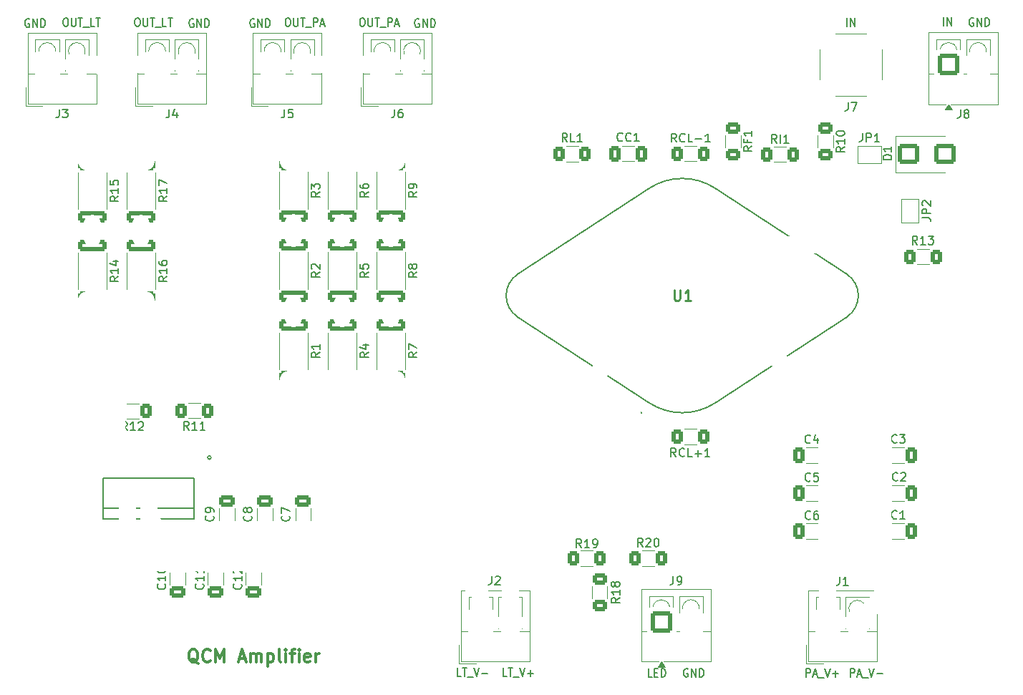
<source format=gto>
G04 #@! TF.GenerationSoftware,KiCad,Pcbnew,9.0.0*
G04 #@! TF.CreationDate,2025-03-21T23:08:49+01:00*
G04 #@! TF.ProjectId,QCMAmp,51434d41-6d70-42e6-9b69-6361645f7063,rev?*
G04 #@! TF.SameCoordinates,Original*
G04 #@! TF.FileFunction,Legend,Top*
G04 #@! TF.FilePolarity,Positive*
%FSLAX46Y46*%
G04 Gerber Fmt 4.6, Leading zero omitted, Abs format (unit mm)*
G04 Created by KiCad (PCBNEW 9.0.0) date 2025-03-21 23:08:49*
%MOMM*%
%LPD*%
G01*
G04 APERTURE LIST*
G04 Aperture macros list*
%AMRoundRect*
0 Rectangle with rounded corners*
0 $1 Rounding radius*
0 $2 $3 $4 $5 $6 $7 $8 $9 X,Y pos of 4 corners*
0 Add a 4 corners polygon primitive as box body*
4,1,4,$2,$3,$4,$5,$6,$7,$8,$9,$2,$3,0*
0 Add four circle primitives for the rounded corners*
1,1,$1+$1,$2,$3*
1,1,$1+$1,$4,$5*
1,1,$1+$1,$6,$7*
1,1,$1+$1,$8,$9*
0 Add four rect primitives between the rounded corners*
20,1,$1+$1,$2,$3,$4,$5,0*
20,1,$1+$1,$4,$5,$6,$7,0*
20,1,$1+$1,$6,$7,$8,$9,0*
20,1,$1+$1,$8,$9,$2,$3,0*%
%AMHorizOval*
0 Thick line with rounded ends*
0 $1 width*
0 $2 $3 position (X,Y) of the first rounded end (center of the circle)*
0 $4 $5 position (X,Y) of the second rounded end (center of the circle)*
0 Add line between two ends*
20,1,$1,$2,$3,$4,$5,0*
0 Add two circle primitives to create the rounded ends*
1,1,$1,$2,$3*
1,1,$1,$4,$5*%
%AMFreePoly0*
4,1,6,1.000000,0.000000,0.500000,-0.750000,-0.500000,-0.750000,-0.500000,0.750000,0.500000,0.750000,1.000000,0.000000,1.000000,0.000000,$1*%
%AMFreePoly1*
4,1,6,0.500000,-0.750000,-0.650000,-0.750000,-0.150000,0.000000,-0.650000,0.750000,0.500000,0.750000,0.500000,-0.750000,0.500000,-0.750000,$1*%
G04 Aperture macros list end*
%ADD10C,0.150000*%
%ADD11C,0.300000*%
%ADD12C,0.254000*%
%ADD13C,0.152400*%
%ADD14C,0.120000*%
%ADD15C,0.200000*%
%ADD16R,1.524000X1.524000*%
%ADD17C,1.524000*%
%ADD18C,2.050000*%
%ADD19C,2.250000*%
%ADD20C,3.200000*%
%ADD21C,6.240000*%
%ADD22HorizOval,3.500000X-0.250000X0.433013X0.250000X-0.433013X0*%
%ADD23O,3.500000X4.500000*%
%ADD24HorizOval,3.500000X0.321394X0.383022X-0.321394X-0.383022X0*%
%ADD25HorizOval,3.500000X0.469846X0.171010X-0.469846X-0.171010X0*%
%ADD26HorizOval,3.500000X-0.482963X0.129410X0.482963X-0.129410X0*%
%ADD27HorizOval,3.500000X-0.321394X0.383022X0.321394X-0.383022X0*%
%ADD28HorizOval,3.500000X0.250000X0.433013X-0.250000X-0.433013X0*%
%ADD29FreePoly0,270.000000*%
%ADD30FreePoly1,270.000000*%
%ADD31RoundRect,0.250000X0.400000X0.625000X-0.400000X0.625000X-0.400000X-0.625000X0.400000X-0.625000X0*%
%ADD32RoundRect,0.250000X-1.000000X-0.900000X1.000000X-0.900000X1.000000X0.900000X-1.000000X0.900000X0*%
%ADD33RoundRect,0.250000X0.625000X-0.400000X0.625000X0.400000X-0.625000X0.400000X-0.625000X-0.400000X0*%
%ADD34RoundRect,0.250000X-0.400000X-0.625000X0.400000X-0.625000X0.400000X0.625000X-0.400000X0.625000X0*%
%ADD35C,2.600000*%
%ADD36RoundRect,0.250000X-1.050000X-1.050000X1.050000X-1.050000X1.050000X1.050000X-1.050000X1.050000X0*%
%ADD37RoundRect,0.249999X-1.425001X0.450001X-1.425001X-0.450001X1.425001X-0.450001X1.425001X0.450001X0*%
%ADD38RoundRect,0.250000X0.650000X-0.412500X0.650000X0.412500X-0.650000X0.412500X-0.650000X-0.412500X0*%
%ADD39R,2.600000X2.600000*%
%ADD40RoundRect,0.250000X-0.412500X-0.650000X0.412500X-0.650000X0.412500X0.650000X-0.412500X0.650000X0*%
%ADD41RoundRect,0.250000X0.412500X0.650000X-0.412500X0.650000X-0.412500X-0.650000X0.412500X-0.650000X0*%
%ADD42RoundRect,0.250000X-0.650000X0.412500X-0.650000X-0.412500X0.650000X-0.412500X0.650000X0.412500X0*%
%ADD43RoundRect,0.250000X-0.625000X0.400000X-0.625000X-0.400000X0.625000X-0.400000X0.625000X0.400000X0*%
%ADD44FreePoly0,180.000000*%
%ADD45FreePoly1,180.000000*%
%ADD46C,2.000000*%
G04 APERTURE END LIST*
D10*
X186167969Y-47544819D02*
X186167969Y-46544819D01*
X186596540Y-47544819D02*
X186596540Y-46544819D01*
X186596540Y-46544819D02*
X187110826Y-47544819D01*
X187110826Y-47544819D02*
X187110826Y-46544819D01*
X189739398Y-46692438D02*
X189653684Y-46644819D01*
X189653684Y-46644819D02*
X189525112Y-46644819D01*
X189525112Y-46644819D02*
X189396541Y-46692438D01*
X189396541Y-46692438D02*
X189310826Y-46787676D01*
X189310826Y-46787676D02*
X189267969Y-46882914D01*
X189267969Y-46882914D02*
X189225112Y-47073390D01*
X189225112Y-47073390D02*
X189225112Y-47216247D01*
X189225112Y-47216247D02*
X189267969Y-47406723D01*
X189267969Y-47406723D02*
X189310826Y-47501961D01*
X189310826Y-47501961D02*
X189396541Y-47597200D01*
X189396541Y-47597200D02*
X189525112Y-47644819D01*
X189525112Y-47644819D02*
X189610826Y-47644819D01*
X189610826Y-47644819D02*
X189739398Y-47597200D01*
X189739398Y-47597200D02*
X189782255Y-47549580D01*
X189782255Y-47549580D02*
X189782255Y-47216247D01*
X189782255Y-47216247D02*
X189610826Y-47216247D01*
X190167969Y-47644819D02*
X190167969Y-46644819D01*
X190167969Y-46644819D02*
X190682255Y-47644819D01*
X190682255Y-47644819D02*
X190682255Y-46644819D01*
X191110826Y-47644819D02*
X191110826Y-46644819D01*
X191110826Y-46644819D02*
X191325112Y-46644819D01*
X191325112Y-46644819D02*
X191453683Y-46692438D01*
X191453683Y-46692438D02*
X191539398Y-46787676D01*
X191539398Y-46787676D02*
X191582255Y-46882914D01*
X191582255Y-46882914D02*
X191625112Y-47073390D01*
X191625112Y-47073390D02*
X191625112Y-47216247D01*
X191625112Y-47216247D02*
X191582255Y-47406723D01*
X191582255Y-47406723D02*
X191539398Y-47501961D01*
X191539398Y-47501961D02*
X191453683Y-47597200D01*
X191453683Y-47597200D02*
X191325112Y-47644819D01*
X191325112Y-47644819D02*
X191110826Y-47644819D01*
X78084398Y-46817438D02*
X77998684Y-46769819D01*
X77998684Y-46769819D02*
X77870112Y-46769819D01*
X77870112Y-46769819D02*
X77741541Y-46817438D01*
X77741541Y-46817438D02*
X77655826Y-46912676D01*
X77655826Y-46912676D02*
X77612969Y-47007914D01*
X77612969Y-47007914D02*
X77570112Y-47198390D01*
X77570112Y-47198390D02*
X77570112Y-47341247D01*
X77570112Y-47341247D02*
X77612969Y-47531723D01*
X77612969Y-47531723D02*
X77655826Y-47626961D01*
X77655826Y-47626961D02*
X77741541Y-47722200D01*
X77741541Y-47722200D02*
X77870112Y-47769819D01*
X77870112Y-47769819D02*
X77955826Y-47769819D01*
X77955826Y-47769819D02*
X78084398Y-47722200D01*
X78084398Y-47722200D02*
X78127255Y-47674580D01*
X78127255Y-47674580D02*
X78127255Y-47341247D01*
X78127255Y-47341247D02*
X77955826Y-47341247D01*
X78512969Y-47769819D02*
X78512969Y-46769819D01*
X78512969Y-46769819D02*
X79027255Y-47769819D01*
X79027255Y-47769819D02*
X79027255Y-46769819D01*
X79455826Y-47769819D02*
X79455826Y-46769819D01*
X79455826Y-46769819D02*
X79670112Y-46769819D01*
X79670112Y-46769819D02*
X79798683Y-46817438D01*
X79798683Y-46817438D02*
X79884398Y-46912676D01*
X79884398Y-46912676D02*
X79927255Y-47007914D01*
X79927255Y-47007914D02*
X79970112Y-47198390D01*
X79970112Y-47198390D02*
X79970112Y-47341247D01*
X79970112Y-47341247D02*
X79927255Y-47531723D01*
X79927255Y-47531723D02*
X79884398Y-47626961D01*
X79884398Y-47626961D02*
X79798683Y-47722200D01*
X79798683Y-47722200D02*
X79670112Y-47769819D01*
X79670112Y-47769819D02*
X79455826Y-47769819D01*
X90784398Y-46669819D02*
X90955826Y-46669819D01*
X90955826Y-46669819D02*
X91041541Y-46717438D01*
X91041541Y-46717438D02*
X91127255Y-46812676D01*
X91127255Y-46812676D02*
X91170112Y-47003152D01*
X91170112Y-47003152D02*
X91170112Y-47336485D01*
X91170112Y-47336485D02*
X91127255Y-47526961D01*
X91127255Y-47526961D02*
X91041541Y-47622200D01*
X91041541Y-47622200D02*
X90955826Y-47669819D01*
X90955826Y-47669819D02*
X90784398Y-47669819D01*
X90784398Y-47669819D02*
X90698684Y-47622200D01*
X90698684Y-47622200D02*
X90612969Y-47526961D01*
X90612969Y-47526961D02*
X90570112Y-47336485D01*
X90570112Y-47336485D02*
X90570112Y-47003152D01*
X90570112Y-47003152D02*
X90612969Y-46812676D01*
X90612969Y-46812676D02*
X90698684Y-46717438D01*
X90698684Y-46717438D02*
X90784398Y-46669819D01*
X91555826Y-46669819D02*
X91555826Y-47479342D01*
X91555826Y-47479342D02*
X91598683Y-47574580D01*
X91598683Y-47574580D02*
X91641541Y-47622200D01*
X91641541Y-47622200D02*
X91727255Y-47669819D01*
X91727255Y-47669819D02*
X91898683Y-47669819D01*
X91898683Y-47669819D02*
X91984398Y-47622200D01*
X91984398Y-47622200D02*
X92027255Y-47574580D01*
X92027255Y-47574580D02*
X92070112Y-47479342D01*
X92070112Y-47479342D02*
X92070112Y-46669819D01*
X92370112Y-46669819D02*
X92884398Y-46669819D01*
X92627255Y-47669819D02*
X92627255Y-46669819D01*
X92970112Y-47765057D02*
X93655826Y-47765057D01*
X94298683Y-47669819D02*
X93870111Y-47669819D01*
X93870111Y-47669819D02*
X93870111Y-46669819D01*
X94470111Y-46669819D02*
X94984397Y-46669819D01*
X94727254Y-47669819D02*
X94727254Y-46669819D01*
X129141541Y-124569819D02*
X128712969Y-124569819D01*
X128712969Y-124569819D02*
X128712969Y-123569819D01*
X129312969Y-123569819D02*
X129827255Y-123569819D01*
X129570112Y-124569819D02*
X129570112Y-123569819D01*
X129912969Y-124665057D02*
X130598683Y-124665057D01*
X130684397Y-123569819D02*
X130984397Y-124569819D01*
X130984397Y-124569819D02*
X131284397Y-123569819D01*
X131584397Y-124188866D02*
X132270112Y-124188866D01*
X104684398Y-46817438D02*
X104598684Y-46769819D01*
X104598684Y-46769819D02*
X104470112Y-46769819D01*
X104470112Y-46769819D02*
X104341541Y-46817438D01*
X104341541Y-46817438D02*
X104255826Y-46912676D01*
X104255826Y-46912676D02*
X104212969Y-47007914D01*
X104212969Y-47007914D02*
X104170112Y-47198390D01*
X104170112Y-47198390D02*
X104170112Y-47341247D01*
X104170112Y-47341247D02*
X104212969Y-47531723D01*
X104212969Y-47531723D02*
X104255826Y-47626961D01*
X104255826Y-47626961D02*
X104341541Y-47722200D01*
X104341541Y-47722200D02*
X104470112Y-47769819D01*
X104470112Y-47769819D02*
X104555826Y-47769819D01*
X104555826Y-47769819D02*
X104684398Y-47722200D01*
X104684398Y-47722200D02*
X104727255Y-47674580D01*
X104727255Y-47674580D02*
X104727255Y-47341247D01*
X104727255Y-47341247D02*
X104555826Y-47341247D01*
X105112969Y-47769819D02*
X105112969Y-46769819D01*
X105112969Y-46769819D02*
X105627255Y-47769819D01*
X105627255Y-47769819D02*
X105627255Y-46769819D01*
X106055826Y-47769819D02*
X106055826Y-46769819D01*
X106055826Y-46769819D02*
X106270112Y-46769819D01*
X106270112Y-46769819D02*
X106398683Y-46817438D01*
X106398683Y-46817438D02*
X106484398Y-46912676D01*
X106484398Y-46912676D02*
X106527255Y-47007914D01*
X106527255Y-47007914D02*
X106570112Y-47198390D01*
X106570112Y-47198390D02*
X106570112Y-47341247D01*
X106570112Y-47341247D02*
X106527255Y-47531723D01*
X106527255Y-47531723D02*
X106484398Y-47626961D01*
X106484398Y-47626961D02*
X106398683Y-47722200D01*
X106398683Y-47722200D02*
X106270112Y-47769819D01*
X106270112Y-47769819D02*
X106055826Y-47769819D01*
X151716541Y-124619819D02*
X151287969Y-124619819D01*
X151287969Y-124619819D02*
X151287969Y-123619819D01*
X152016540Y-124096009D02*
X152316540Y-124096009D01*
X152445112Y-124619819D02*
X152016540Y-124619819D01*
X152016540Y-124619819D02*
X152016540Y-123619819D01*
X152016540Y-123619819D02*
X152445112Y-123619819D01*
X152830826Y-124619819D02*
X152830826Y-123619819D01*
X152830826Y-123619819D02*
X153045112Y-123619819D01*
X153045112Y-123619819D02*
X153173683Y-123667438D01*
X153173683Y-123667438D02*
X153259398Y-123762676D01*
X153259398Y-123762676D02*
X153302255Y-123857914D01*
X153302255Y-123857914D02*
X153345112Y-124048390D01*
X153345112Y-124048390D02*
X153345112Y-124191247D01*
X153345112Y-124191247D02*
X153302255Y-124381723D01*
X153302255Y-124381723D02*
X153259398Y-124476961D01*
X153259398Y-124476961D02*
X153173683Y-124572200D01*
X153173683Y-124572200D02*
X153045112Y-124619819D01*
X153045112Y-124619819D02*
X152830826Y-124619819D01*
X169962969Y-124619819D02*
X169962969Y-123619819D01*
X169962969Y-123619819D02*
X170305826Y-123619819D01*
X170305826Y-123619819D02*
X170391541Y-123667438D01*
X170391541Y-123667438D02*
X170434398Y-123715057D01*
X170434398Y-123715057D02*
X170477255Y-123810295D01*
X170477255Y-123810295D02*
X170477255Y-123953152D01*
X170477255Y-123953152D02*
X170434398Y-124048390D01*
X170434398Y-124048390D02*
X170391541Y-124096009D01*
X170391541Y-124096009D02*
X170305826Y-124143628D01*
X170305826Y-124143628D02*
X169962969Y-124143628D01*
X170820112Y-124334104D02*
X171248684Y-124334104D01*
X170734398Y-124619819D02*
X171034398Y-123619819D01*
X171034398Y-123619819D02*
X171334398Y-124619819D01*
X171420113Y-124715057D02*
X172105827Y-124715057D01*
X172191541Y-123619819D02*
X172491541Y-124619819D01*
X172491541Y-124619819D02*
X172791541Y-123619819D01*
X173091541Y-124238866D02*
X173777256Y-124238866D01*
X173434398Y-124619819D02*
X173434398Y-123857914D01*
D11*
X98054510Y-122981185D02*
X97911653Y-122909757D01*
X97911653Y-122909757D02*
X97768796Y-122766900D01*
X97768796Y-122766900D02*
X97554510Y-122552614D01*
X97554510Y-122552614D02*
X97411653Y-122481185D01*
X97411653Y-122481185D02*
X97268796Y-122481185D01*
X97340225Y-122838328D02*
X97197368Y-122766900D01*
X97197368Y-122766900D02*
X97054510Y-122624042D01*
X97054510Y-122624042D02*
X96983082Y-122338328D01*
X96983082Y-122338328D02*
X96983082Y-121838328D01*
X96983082Y-121838328D02*
X97054510Y-121552614D01*
X97054510Y-121552614D02*
X97197368Y-121409757D01*
X97197368Y-121409757D02*
X97340225Y-121338328D01*
X97340225Y-121338328D02*
X97625939Y-121338328D01*
X97625939Y-121338328D02*
X97768796Y-121409757D01*
X97768796Y-121409757D02*
X97911653Y-121552614D01*
X97911653Y-121552614D02*
X97983082Y-121838328D01*
X97983082Y-121838328D02*
X97983082Y-122338328D01*
X97983082Y-122338328D02*
X97911653Y-122624042D01*
X97911653Y-122624042D02*
X97768796Y-122766900D01*
X97768796Y-122766900D02*
X97625939Y-122838328D01*
X97625939Y-122838328D02*
X97340225Y-122838328D01*
X99483082Y-122695471D02*
X99411654Y-122766900D01*
X99411654Y-122766900D02*
X99197368Y-122838328D01*
X99197368Y-122838328D02*
X99054511Y-122838328D01*
X99054511Y-122838328D02*
X98840225Y-122766900D01*
X98840225Y-122766900D02*
X98697368Y-122624042D01*
X98697368Y-122624042D02*
X98625939Y-122481185D01*
X98625939Y-122481185D02*
X98554511Y-122195471D01*
X98554511Y-122195471D02*
X98554511Y-121981185D01*
X98554511Y-121981185D02*
X98625939Y-121695471D01*
X98625939Y-121695471D02*
X98697368Y-121552614D01*
X98697368Y-121552614D02*
X98840225Y-121409757D01*
X98840225Y-121409757D02*
X99054511Y-121338328D01*
X99054511Y-121338328D02*
X99197368Y-121338328D01*
X99197368Y-121338328D02*
X99411654Y-121409757D01*
X99411654Y-121409757D02*
X99483082Y-121481185D01*
X100125939Y-122838328D02*
X100125939Y-121338328D01*
X100125939Y-121338328D02*
X100625939Y-122409757D01*
X100625939Y-122409757D02*
X101125939Y-121338328D01*
X101125939Y-121338328D02*
X101125939Y-122838328D01*
X102911654Y-122409757D02*
X103625940Y-122409757D01*
X102768797Y-122838328D02*
X103268797Y-121338328D01*
X103268797Y-121338328D02*
X103768797Y-122838328D01*
X104268796Y-122838328D02*
X104268796Y-121838328D01*
X104268796Y-121981185D02*
X104340225Y-121909757D01*
X104340225Y-121909757D02*
X104483082Y-121838328D01*
X104483082Y-121838328D02*
X104697368Y-121838328D01*
X104697368Y-121838328D02*
X104840225Y-121909757D01*
X104840225Y-121909757D02*
X104911654Y-122052614D01*
X104911654Y-122052614D02*
X104911654Y-122838328D01*
X104911654Y-122052614D02*
X104983082Y-121909757D01*
X104983082Y-121909757D02*
X105125939Y-121838328D01*
X105125939Y-121838328D02*
X105340225Y-121838328D01*
X105340225Y-121838328D02*
X105483082Y-121909757D01*
X105483082Y-121909757D02*
X105554511Y-122052614D01*
X105554511Y-122052614D02*
X105554511Y-122838328D01*
X106268796Y-121838328D02*
X106268796Y-123338328D01*
X106268796Y-121909757D02*
X106411654Y-121838328D01*
X106411654Y-121838328D02*
X106697368Y-121838328D01*
X106697368Y-121838328D02*
X106840225Y-121909757D01*
X106840225Y-121909757D02*
X106911654Y-121981185D01*
X106911654Y-121981185D02*
X106983082Y-122124042D01*
X106983082Y-122124042D02*
X106983082Y-122552614D01*
X106983082Y-122552614D02*
X106911654Y-122695471D01*
X106911654Y-122695471D02*
X106840225Y-122766900D01*
X106840225Y-122766900D02*
X106697368Y-122838328D01*
X106697368Y-122838328D02*
X106411654Y-122838328D01*
X106411654Y-122838328D02*
X106268796Y-122766900D01*
X107840225Y-122838328D02*
X107697368Y-122766900D01*
X107697368Y-122766900D02*
X107625939Y-122624042D01*
X107625939Y-122624042D02*
X107625939Y-121338328D01*
X108411653Y-122838328D02*
X108411653Y-121838328D01*
X108411653Y-121338328D02*
X108340225Y-121409757D01*
X108340225Y-121409757D02*
X108411653Y-121481185D01*
X108411653Y-121481185D02*
X108483082Y-121409757D01*
X108483082Y-121409757D02*
X108411653Y-121338328D01*
X108411653Y-121338328D02*
X108411653Y-121481185D01*
X108911654Y-121838328D02*
X109483082Y-121838328D01*
X109125939Y-122838328D02*
X109125939Y-121552614D01*
X109125939Y-121552614D02*
X109197368Y-121409757D01*
X109197368Y-121409757D02*
X109340225Y-121338328D01*
X109340225Y-121338328D02*
X109483082Y-121338328D01*
X109983082Y-122838328D02*
X109983082Y-121838328D01*
X109983082Y-121338328D02*
X109911654Y-121409757D01*
X109911654Y-121409757D02*
X109983082Y-121481185D01*
X109983082Y-121481185D02*
X110054511Y-121409757D01*
X110054511Y-121409757D02*
X109983082Y-121338328D01*
X109983082Y-121338328D02*
X109983082Y-121481185D01*
X111268797Y-122766900D02*
X111125940Y-122838328D01*
X111125940Y-122838328D02*
X110840226Y-122838328D01*
X110840226Y-122838328D02*
X110697368Y-122766900D01*
X110697368Y-122766900D02*
X110625940Y-122624042D01*
X110625940Y-122624042D02*
X110625940Y-122052614D01*
X110625940Y-122052614D02*
X110697368Y-121909757D01*
X110697368Y-121909757D02*
X110840226Y-121838328D01*
X110840226Y-121838328D02*
X111125940Y-121838328D01*
X111125940Y-121838328D02*
X111268797Y-121909757D01*
X111268797Y-121909757D02*
X111340226Y-122052614D01*
X111340226Y-122052614D02*
X111340226Y-122195471D01*
X111340226Y-122195471D02*
X110625940Y-122338328D01*
X111983082Y-122838328D02*
X111983082Y-121838328D01*
X111983082Y-122124042D02*
X112054511Y-121981185D01*
X112054511Y-121981185D02*
X112125940Y-121909757D01*
X112125940Y-121909757D02*
X112268797Y-121838328D01*
X112268797Y-121838328D02*
X112411654Y-121838328D01*
D10*
X82284398Y-46669819D02*
X82455826Y-46669819D01*
X82455826Y-46669819D02*
X82541541Y-46717438D01*
X82541541Y-46717438D02*
X82627255Y-46812676D01*
X82627255Y-46812676D02*
X82670112Y-47003152D01*
X82670112Y-47003152D02*
X82670112Y-47336485D01*
X82670112Y-47336485D02*
X82627255Y-47526961D01*
X82627255Y-47526961D02*
X82541541Y-47622200D01*
X82541541Y-47622200D02*
X82455826Y-47669819D01*
X82455826Y-47669819D02*
X82284398Y-47669819D01*
X82284398Y-47669819D02*
X82198684Y-47622200D01*
X82198684Y-47622200D02*
X82112969Y-47526961D01*
X82112969Y-47526961D02*
X82070112Y-47336485D01*
X82070112Y-47336485D02*
X82070112Y-47003152D01*
X82070112Y-47003152D02*
X82112969Y-46812676D01*
X82112969Y-46812676D02*
X82198684Y-46717438D01*
X82198684Y-46717438D02*
X82284398Y-46669819D01*
X83055826Y-46669819D02*
X83055826Y-47479342D01*
X83055826Y-47479342D02*
X83098683Y-47574580D01*
X83098683Y-47574580D02*
X83141541Y-47622200D01*
X83141541Y-47622200D02*
X83227255Y-47669819D01*
X83227255Y-47669819D02*
X83398683Y-47669819D01*
X83398683Y-47669819D02*
X83484398Y-47622200D01*
X83484398Y-47622200D02*
X83527255Y-47574580D01*
X83527255Y-47574580D02*
X83570112Y-47479342D01*
X83570112Y-47479342D02*
X83570112Y-46669819D01*
X83870112Y-46669819D02*
X84384398Y-46669819D01*
X84127255Y-47669819D02*
X84127255Y-46669819D01*
X84470112Y-47765057D02*
X85155826Y-47765057D01*
X85798683Y-47669819D02*
X85370111Y-47669819D01*
X85370111Y-47669819D02*
X85370111Y-46669819D01*
X85970111Y-46669819D02*
X86484397Y-46669819D01*
X86227254Y-47669819D02*
X86227254Y-46669819D01*
X134541541Y-124569819D02*
X134112969Y-124569819D01*
X134112969Y-124569819D02*
X134112969Y-123569819D01*
X134712969Y-123569819D02*
X135227255Y-123569819D01*
X134970112Y-124569819D02*
X134970112Y-123569819D01*
X135312969Y-124665057D02*
X135998683Y-124665057D01*
X136084397Y-123569819D02*
X136384397Y-124569819D01*
X136384397Y-124569819D02*
X136684397Y-123569819D01*
X136984397Y-124188866D02*
X137670112Y-124188866D01*
X137327254Y-124569819D02*
X137327254Y-123807914D01*
X155959398Y-123667438D02*
X155873684Y-123619819D01*
X155873684Y-123619819D02*
X155745112Y-123619819D01*
X155745112Y-123619819D02*
X155616541Y-123667438D01*
X155616541Y-123667438D02*
X155530826Y-123762676D01*
X155530826Y-123762676D02*
X155487969Y-123857914D01*
X155487969Y-123857914D02*
X155445112Y-124048390D01*
X155445112Y-124048390D02*
X155445112Y-124191247D01*
X155445112Y-124191247D02*
X155487969Y-124381723D01*
X155487969Y-124381723D02*
X155530826Y-124476961D01*
X155530826Y-124476961D02*
X155616541Y-124572200D01*
X155616541Y-124572200D02*
X155745112Y-124619819D01*
X155745112Y-124619819D02*
X155830826Y-124619819D01*
X155830826Y-124619819D02*
X155959398Y-124572200D01*
X155959398Y-124572200D02*
X156002255Y-124524580D01*
X156002255Y-124524580D02*
X156002255Y-124191247D01*
X156002255Y-124191247D02*
X155830826Y-124191247D01*
X156387969Y-124619819D02*
X156387969Y-123619819D01*
X156387969Y-123619819D02*
X156902255Y-124619819D01*
X156902255Y-124619819D02*
X156902255Y-123619819D01*
X157330826Y-124619819D02*
X157330826Y-123619819D01*
X157330826Y-123619819D02*
X157545112Y-123619819D01*
X157545112Y-123619819D02*
X157673683Y-123667438D01*
X157673683Y-123667438D02*
X157759398Y-123762676D01*
X157759398Y-123762676D02*
X157802255Y-123857914D01*
X157802255Y-123857914D02*
X157845112Y-124048390D01*
X157845112Y-124048390D02*
X157845112Y-124191247D01*
X157845112Y-124191247D02*
X157802255Y-124381723D01*
X157802255Y-124381723D02*
X157759398Y-124476961D01*
X157759398Y-124476961D02*
X157673683Y-124572200D01*
X157673683Y-124572200D02*
X157545112Y-124619819D01*
X157545112Y-124619819D02*
X157330826Y-124619819D01*
X124184398Y-46817438D02*
X124098684Y-46769819D01*
X124098684Y-46769819D02*
X123970112Y-46769819D01*
X123970112Y-46769819D02*
X123841541Y-46817438D01*
X123841541Y-46817438D02*
X123755826Y-46912676D01*
X123755826Y-46912676D02*
X123712969Y-47007914D01*
X123712969Y-47007914D02*
X123670112Y-47198390D01*
X123670112Y-47198390D02*
X123670112Y-47341247D01*
X123670112Y-47341247D02*
X123712969Y-47531723D01*
X123712969Y-47531723D02*
X123755826Y-47626961D01*
X123755826Y-47626961D02*
X123841541Y-47722200D01*
X123841541Y-47722200D02*
X123970112Y-47769819D01*
X123970112Y-47769819D02*
X124055826Y-47769819D01*
X124055826Y-47769819D02*
X124184398Y-47722200D01*
X124184398Y-47722200D02*
X124227255Y-47674580D01*
X124227255Y-47674580D02*
X124227255Y-47341247D01*
X124227255Y-47341247D02*
X124055826Y-47341247D01*
X124612969Y-47769819D02*
X124612969Y-46769819D01*
X124612969Y-46769819D02*
X125127255Y-47769819D01*
X125127255Y-47769819D02*
X125127255Y-46769819D01*
X125555826Y-47769819D02*
X125555826Y-46769819D01*
X125555826Y-46769819D02*
X125770112Y-46769819D01*
X125770112Y-46769819D02*
X125898683Y-46817438D01*
X125898683Y-46817438D02*
X125984398Y-46912676D01*
X125984398Y-46912676D02*
X126027255Y-47007914D01*
X126027255Y-47007914D02*
X126070112Y-47198390D01*
X126070112Y-47198390D02*
X126070112Y-47341247D01*
X126070112Y-47341247D02*
X126027255Y-47531723D01*
X126027255Y-47531723D02*
X125984398Y-47626961D01*
X125984398Y-47626961D02*
X125898683Y-47722200D01*
X125898683Y-47722200D02*
X125770112Y-47769819D01*
X125770112Y-47769819D02*
X125555826Y-47769819D01*
X175162969Y-124619819D02*
X175162969Y-123619819D01*
X175162969Y-123619819D02*
X175505826Y-123619819D01*
X175505826Y-123619819D02*
X175591541Y-123667438D01*
X175591541Y-123667438D02*
X175634398Y-123715057D01*
X175634398Y-123715057D02*
X175677255Y-123810295D01*
X175677255Y-123810295D02*
X175677255Y-123953152D01*
X175677255Y-123953152D02*
X175634398Y-124048390D01*
X175634398Y-124048390D02*
X175591541Y-124096009D01*
X175591541Y-124096009D02*
X175505826Y-124143628D01*
X175505826Y-124143628D02*
X175162969Y-124143628D01*
X176020112Y-124334104D02*
X176448684Y-124334104D01*
X175934398Y-124619819D02*
X176234398Y-123619819D01*
X176234398Y-123619819D02*
X176534398Y-124619819D01*
X176620113Y-124715057D02*
X177305827Y-124715057D01*
X177391541Y-123619819D02*
X177691541Y-124619819D01*
X177691541Y-124619819D02*
X177991541Y-123619819D01*
X178291541Y-124238866D02*
X178977256Y-124238866D01*
X97484398Y-46817438D02*
X97398684Y-46769819D01*
X97398684Y-46769819D02*
X97270112Y-46769819D01*
X97270112Y-46769819D02*
X97141541Y-46817438D01*
X97141541Y-46817438D02*
X97055826Y-46912676D01*
X97055826Y-46912676D02*
X97012969Y-47007914D01*
X97012969Y-47007914D02*
X96970112Y-47198390D01*
X96970112Y-47198390D02*
X96970112Y-47341247D01*
X96970112Y-47341247D02*
X97012969Y-47531723D01*
X97012969Y-47531723D02*
X97055826Y-47626961D01*
X97055826Y-47626961D02*
X97141541Y-47722200D01*
X97141541Y-47722200D02*
X97270112Y-47769819D01*
X97270112Y-47769819D02*
X97355826Y-47769819D01*
X97355826Y-47769819D02*
X97484398Y-47722200D01*
X97484398Y-47722200D02*
X97527255Y-47674580D01*
X97527255Y-47674580D02*
X97527255Y-47341247D01*
X97527255Y-47341247D02*
X97355826Y-47341247D01*
X97912969Y-47769819D02*
X97912969Y-46769819D01*
X97912969Y-46769819D02*
X98427255Y-47769819D01*
X98427255Y-47769819D02*
X98427255Y-46769819D01*
X98855826Y-47769819D02*
X98855826Y-46769819D01*
X98855826Y-46769819D02*
X99070112Y-46769819D01*
X99070112Y-46769819D02*
X99198683Y-46817438D01*
X99198683Y-46817438D02*
X99284398Y-46912676D01*
X99284398Y-46912676D02*
X99327255Y-47007914D01*
X99327255Y-47007914D02*
X99370112Y-47198390D01*
X99370112Y-47198390D02*
X99370112Y-47341247D01*
X99370112Y-47341247D02*
X99327255Y-47531723D01*
X99327255Y-47531723D02*
X99284398Y-47626961D01*
X99284398Y-47626961D02*
X99198683Y-47722200D01*
X99198683Y-47722200D02*
X99070112Y-47769819D01*
X99070112Y-47769819D02*
X98855826Y-47769819D01*
X108584398Y-46669819D02*
X108755826Y-46669819D01*
X108755826Y-46669819D02*
X108841541Y-46717438D01*
X108841541Y-46717438D02*
X108927255Y-46812676D01*
X108927255Y-46812676D02*
X108970112Y-47003152D01*
X108970112Y-47003152D02*
X108970112Y-47336485D01*
X108970112Y-47336485D02*
X108927255Y-47526961D01*
X108927255Y-47526961D02*
X108841541Y-47622200D01*
X108841541Y-47622200D02*
X108755826Y-47669819D01*
X108755826Y-47669819D02*
X108584398Y-47669819D01*
X108584398Y-47669819D02*
X108498684Y-47622200D01*
X108498684Y-47622200D02*
X108412969Y-47526961D01*
X108412969Y-47526961D02*
X108370112Y-47336485D01*
X108370112Y-47336485D02*
X108370112Y-47003152D01*
X108370112Y-47003152D02*
X108412969Y-46812676D01*
X108412969Y-46812676D02*
X108498684Y-46717438D01*
X108498684Y-46717438D02*
X108584398Y-46669819D01*
X109355826Y-46669819D02*
X109355826Y-47479342D01*
X109355826Y-47479342D02*
X109398683Y-47574580D01*
X109398683Y-47574580D02*
X109441541Y-47622200D01*
X109441541Y-47622200D02*
X109527255Y-47669819D01*
X109527255Y-47669819D02*
X109698683Y-47669819D01*
X109698683Y-47669819D02*
X109784398Y-47622200D01*
X109784398Y-47622200D02*
X109827255Y-47574580D01*
X109827255Y-47574580D02*
X109870112Y-47479342D01*
X109870112Y-47479342D02*
X109870112Y-46669819D01*
X110170112Y-46669819D02*
X110684398Y-46669819D01*
X110427255Y-47669819D02*
X110427255Y-46669819D01*
X110770112Y-47765057D02*
X111455826Y-47765057D01*
X111670111Y-47669819D02*
X111670111Y-46669819D01*
X111670111Y-46669819D02*
X112012968Y-46669819D01*
X112012968Y-46669819D02*
X112098683Y-46717438D01*
X112098683Y-46717438D02*
X112141540Y-46765057D01*
X112141540Y-46765057D02*
X112184397Y-46860295D01*
X112184397Y-46860295D02*
X112184397Y-47003152D01*
X112184397Y-47003152D02*
X112141540Y-47098390D01*
X112141540Y-47098390D02*
X112098683Y-47146009D01*
X112098683Y-47146009D02*
X112012968Y-47193628D01*
X112012968Y-47193628D02*
X111670111Y-47193628D01*
X112527254Y-47384104D02*
X112955826Y-47384104D01*
X112441540Y-47669819D02*
X112741540Y-46669819D01*
X112741540Y-46669819D02*
X113041540Y-47669819D01*
X117384398Y-46669819D02*
X117555826Y-46669819D01*
X117555826Y-46669819D02*
X117641541Y-46717438D01*
X117641541Y-46717438D02*
X117727255Y-46812676D01*
X117727255Y-46812676D02*
X117770112Y-47003152D01*
X117770112Y-47003152D02*
X117770112Y-47336485D01*
X117770112Y-47336485D02*
X117727255Y-47526961D01*
X117727255Y-47526961D02*
X117641541Y-47622200D01*
X117641541Y-47622200D02*
X117555826Y-47669819D01*
X117555826Y-47669819D02*
X117384398Y-47669819D01*
X117384398Y-47669819D02*
X117298684Y-47622200D01*
X117298684Y-47622200D02*
X117212969Y-47526961D01*
X117212969Y-47526961D02*
X117170112Y-47336485D01*
X117170112Y-47336485D02*
X117170112Y-47003152D01*
X117170112Y-47003152D02*
X117212969Y-46812676D01*
X117212969Y-46812676D02*
X117298684Y-46717438D01*
X117298684Y-46717438D02*
X117384398Y-46669819D01*
X118155826Y-46669819D02*
X118155826Y-47479342D01*
X118155826Y-47479342D02*
X118198683Y-47574580D01*
X118198683Y-47574580D02*
X118241541Y-47622200D01*
X118241541Y-47622200D02*
X118327255Y-47669819D01*
X118327255Y-47669819D02*
X118498683Y-47669819D01*
X118498683Y-47669819D02*
X118584398Y-47622200D01*
X118584398Y-47622200D02*
X118627255Y-47574580D01*
X118627255Y-47574580D02*
X118670112Y-47479342D01*
X118670112Y-47479342D02*
X118670112Y-46669819D01*
X118970112Y-46669819D02*
X119484398Y-46669819D01*
X119227255Y-47669819D02*
X119227255Y-46669819D01*
X119570112Y-47765057D02*
X120255826Y-47765057D01*
X120470111Y-47669819D02*
X120470111Y-46669819D01*
X120470111Y-46669819D02*
X120812968Y-46669819D01*
X120812968Y-46669819D02*
X120898683Y-46717438D01*
X120898683Y-46717438D02*
X120941540Y-46765057D01*
X120941540Y-46765057D02*
X120984397Y-46860295D01*
X120984397Y-46860295D02*
X120984397Y-47003152D01*
X120984397Y-47003152D02*
X120941540Y-47098390D01*
X120941540Y-47098390D02*
X120898683Y-47146009D01*
X120898683Y-47146009D02*
X120812968Y-47193628D01*
X120812968Y-47193628D02*
X120470111Y-47193628D01*
X121327254Y-47384104D02*
X121755826Y-47384104D01*
X121241540Y-47669819D02*
X121541540Y-46669819D01*
X121541540Y-46669819D02*
X121841540Y-47669819D01*
X174732969Y-47669819D02*
X174732969Y-46669819D01*
X175161540Y-47669819D02*
X175161540Y-46669819D01*
X175161540Y-46669819D02*
X175675826Y-47669819D01*
X175675826Y-47669819D02*
X175675826Y-46669819D01*
X92961904Y-104040680D02*
X92961904Y-103231157D01*
X92961904Y-103231157D02*
X92914285Y-103135919D01*
X92914285Y-103135919D02*
X92866666Y-103088300D01*
X92866666Y-103088300D02*
X92771428Y-103040680D01*
X92771428Y-103040680D02*
X92580952Y-103040680D01*
X92580952Y-103040680D02*
X92485714Y-103088300D01*
X92485714Y-103088300D02*
X92438095Y-103135919D01*
X92438095Y-103135919D02*
X92390476Y-103231157D01*
X92390476Y-103231157D02*
X92390476Y-104040680D01*
X91961904Y-103945442D02*
X91914285Y-103993061D01*
X91914285Y-103993061D02*
X91819047Y-104040680D01*
X91819047Y-104040680D02*
X91580952Y-104040680D01*
X91580952Y-104040680D02*
X91485714Y-103993061D01*
X91485714Y-103993061D02*
X91438095Y-103945442D01*
X91438095Y-103945442D02*
X91390476Y-103850204D01*
X91390476Y-103850204D02*
X91390476Y-103754966D01*
X91390476Y-103754966D02*
X91438095Y-103612109D01*
X91438095Y-103612109D02*
X92009523Y-103040680D01*
X92009523Y-103040680D02*
X91390476Y-103040680D01*
X174906666Y-56664819D02*
X174906666Y-57379104D01*
X174906666Y-57379104D02*
X174859047Y-57521961D01*
X174859047Y-57521961D02*
X174763809Y-57617200D01*
X174763809Y-57617200D02*
X174620952Y-57664819D01*
X174620952Y-57664819D02*
X174525714Y-57664819D01*
X175287619Y-56664819D02*
X175954285Y-56664819D01*
X175954285Y-56664819D02*
X175525714Y-57664819D01*
D12*
X154332380Y-78804318D02*
X154332380Y-79832413D01*
X154332380Y-79832413D02*
X154392857Y-79953365D01*
X154392857Y-79953365D02*
X154453333Y-80013842D01*
X154453333Y-80013842D02*
X154574285Y-80074318D01*
X154574285Y-80074318D02*
X154816190Y-80074318D01*
X154816190Y-80074318D02*
X154937142Y-80013842D01*
X154937142Y-80013842D02*
X154997619Y-79953365D01*
X154997619Y-79953365D02*
X155058095Y-79832413D01*
X155058095Y-79832413D02*
X155058095Y-78804318D01*
X156328095Y-80074318D02*
X155602380Y-80074318D01*
X155965237Y-80074318D02*
X155965237Y-78804318D01*
X155965237Y-78804318D02*
X155844285Y-78985746D01*
X155844285Y-78985746D02*
X155723333Y-79106699D01*
X155723333Y-79106699D02*
X155602380Y-79167175D01*
D10*
X183679819Y-70283333D02*
X184394104Y-70283333D01*
X184394104Y-70283333D02*
X184536961Y-70330952D01*
X184536961Y-70330952D02*
X184632200Y-70426190D01*
X184632200Y-70426190D02*
X184679819Y-70569047D01*
X184679819Y-70569047D02*
X184679819Y-70664285D01*
X184679819Y-69807142D02*
X183679819Y-69807142D01*
X183679819Y-69807142D02*
X183679819Y-69426190D01*
X183679819Y-69426190D02*
X183727438Y-69330952D01*
X183727438Y-69330952D02*
X183775057Y-69283333D01*
X183775057Y-69283333D02*
X183870295Y-69235714D01*
X183870295Y-69235714D02*
X184013152Y-69235714D01*
X184013152Y-69235714D02*
X184108390Y-69283333D01*
X184108390Y-69283333D02*
X184156009Y-69330952D01*
X184156009Y-69330952D02*
X184203628Y-69426190D01*
X184203628Y-69426190D02*
X184203628Y-69807142D01*
X183775057Y-68854761D02*
X183727438Y-68807142D01*
X183727438Y-68807142D02*
X183679819Y-68711904D01*
X183679819Y-68711904D02*
X183679819Y-68473809D01*
X183679819Y-68473809D02*
X183727438Y-68378571D01*
X183727438Y-68378571D02*
X183775057Y-68330952D01*
X183775057Y-68330952D02*
X183870295Y-68283333D01*
X183870295Y-68283333D02*
X183965533Y-68283333D01*
X183965533Y-68283333D02*
X184108390Y-68330952D01*
X184108390Y-68330952D02*
X184679819Y-68902380D01*
X184679819Y-68902380D02*
X184679819Y-68283333D01*
X183107142Y-73454819D02*
X182773809Y-72978628D01*
X182535714Y-73454819D02*
X182535714Y-72454819D01*
X182535714Y-72454819D02*
X182916666Y-72454819D01*
X182916666Y-72454819D02*
X183011904Y-72502438D01*
X183011904Y-72502438D02*
X183059523Y-72550057D01*
X183059523Y-72550057D02*
X183107142Y-72645295D01*
X183107142Y-72645295D02*
X183107142Y-72788152D01*
X183107142Y-72788152D02*
X183059523Y-72883390D01*
X183059523Y-72883390D02*
X183011904Y-72931009D01*
X183011904Y-72931009D02*
X182916666Y-72978628D01*
X182916666Y-72978628D02*
X182535714Y-72978628D01*
X184059523Y-73454819D02*
X183488095Y-73454819D01*
X183773809Y-73454819D02*
X183773809Y-72454819D01*
X183773809Y-72454819D02*
X183678571Y-72597676D01*
X183678571Y-72597676D02*
X183583333Y-72692914D01*
X183583333Y-72692914D02*
X183488095Y-72740533D01*
X184392857Y-72454819D02*
X185011904Y-72454819D01*
X185011904Y-72454819D02*
X184678571Y-72835771D01*
X184678571Y-72835771D02*
X184821428Y-72835771D01*
X184821428Y-72835771D02*
X184916666Y-72883390D01*
X184916666Y-72883390D02*
X184964285Y-72931009D01*
X184964285Y-72931009D02*
X185011904Y-73026247D01*
X185011904Y-73026247D02*
X185011904Y-73264342D01*
X185011904Y-73264342D02*
X184964285Y-73359580D01*
X184964285Y-73359580D02*
X184916666Y-73407200D01*
X184916666Y-73407200D02*
X184821428Y-73454819D01*
X184821428Y-73454819D02*
X184535714Y-73454819D01*
X184535714Y-73454819D02*
X184440476Y-73407200D01*
X184440476Y-73407200D02*
X184392857Y-73359580D01*
X180054819Y-63413094D02*
X179054819Y-63413094D01*
X179054819Y-63413094D02*
X179054819Y-63174999D01*
X179054819Y-63174999D02*
X179102438Y-63032142D01*
X179102438Y-63032142D02*
X179197676Y-62936904D01*
X179197676Y-62936904D02*
X179292914Y-62889285D01*
X179292914Y-62889285D02*
X179483390Y-62841666D01*
X179483390Y-62841666D02*
X179626247Y-62841666D01*
X179626247Y-62841666D02*
X179816723Y-62889285D01*
X179816723Y-62889285D02*
X179911961Y-62936904D01*
X179911961Y-62936904D02*
X180007200Y-63032142D01*
X180007200Y-63032142D02*
X180054819Y-63174999D01*
X180054819Y-63174999D02*
X180054819Y-63413094D01*
X180054819Y-61889285D02*
X180054819Y-62460713D01*
X180054819Y-62174999D02*
X179054819Y-62174999D01*
X179054819Y-62174999D02*
X179197676Y-62270237D01*
X179197676Y-62270237D02*
X179292914Y-62365475D01*
X179292914Y-62365475D02*
X179340533Y-62460713D01*
X143377142Y-109314819D02*
X143043809Y-108838628D01*
X142805714Y-109314819D02*
X142805714Y-108314819D01*
X142805714Y-108314819D02*
X143186666Y-108314819D01*
X143186666Y-108314819D02*
X143281904Y-108362438D01*
X143281904Y-108362438D02*
X143329523Y-108410057D01*
X143329523Y-108410057D02*
X143377142Y-108505295D01*
X143377142Y-108505295D02*
X143377142Y-108648152D01*
X143377142Y-108648152D02*
X143329523Y-108743390D01*
X143329523Y-108743390D02*
X143281904Y-108791009D01*
X143281904Y-108791009D02*
X143186666Y-108838628D01*
X143186666Y-108838628D02*
X142805714Y-108838628D01*
X144329523Y-109314819D02*
X143758095Y-109314819D01*
X144043809Y-109314819D02*
X144043809Y-108314819D01*
X144043809Y-108314819D02*
X143948571Y-108457676D01*
X143948571Y-108457676D02*
X143853333Y-108552914D01*
X143853333Y-108552914D02*
X143758095Y-108600533D01*
X144805714Y-109314819D02*
X144996190Y-109314819D01*
X144996190Y-109314819D02*
X145091428Y-109267200D01*
X145091428Y-109267200D02*
X145139047Y-109219580D01*
X145139047Y-109219580D02*
X145234285Y-109076723D01*
X145234285Y-109076723D02*
X145281904Y-108886247D01*
X145281904Y-108886247D02*
X145281904Y-108505295D01*
X145281904Y-108505295D02*
X145234285Y-108410057D01*
X145234285Y-108410057D02*
X145186666Y-108362438D01*
X145186666Y-108362438D02*
X145091428Y-108314819D01*
X145091428Y-108314819D02*
X144900952Y-108314819D01*
X144900952Y-108314819D02*
X144805714Y-108362438D01*
X144805714Y-108362438D02*
X144758095Y-108410057D01*
X144758095Y-108410057D02*
X144710476Y-108505295D01*
X144710476Y-108505295D02*
X144710476Y-108743390D01*
X144710476Y-108743390D02*
X144758095Y-108838628D01*
X144758095Y-108838628D02*
X144805714Y-108886247D01*
X144805714Y-108886247D02*
X144900952Y-108933866D01*
X144900952Y-108933866D02*
X145091428Y-108933866D01*
X145091428Y-108933866D02*
X145186666Y-108886247D01*
X145186666Y-108886247D02*
X145234285Y-108838628D01*
X145234285Y-108838628D02*
X145281904Y-108743390D01*
X147909819Y-115257857D02*
X147433628Y-115591190D01*
X147909819Y-115829285D02*
X146909819Y-115829285D01*
X146909819Y-115829285D02*
X146909819Y-115448333D01*
X146909819Y-115448333D02*
X146957438Y-115353095D01*
X146957438Y-115353095D02*
X147005057Y-115305476D01*
X147005057Y-115305476D02*
X147100295Y-115257857D01*
X147100295Y-115257857D02*
X147243152Y-115257857D01*
X147243152Y-115257857D02*
X147338390Y-115305476D01*
X147338390Y-115305476D02*
X147386009Y-115353095D01*
X147386009Y-115353095D02*
X147433628Y-115448333D01*
X147433628Y-115448333D02*
X147433628Y-115829285D01*
X147909819Y-114305476D02*
X147909819Y-114876904D01*
X147909819Y-114591190D02*
X146909819Y-114591190D01*
X146909819Y-114591190D02*
X147052676Y-114686428D01*
X147052676Y-114686428D02*
X147147914Y-114781666D01*
X147147914Y-114781666D02*
X147195533Y-114876904D01*
X147338390Y-113734047D02*
X147290771Y-113829285D01*
X147290771Y-113829285D02*
X147243152Y-113876904D01*
X147243152Y-113876904D02*
X147147914Y-113924523D01*
X147147914Y-113924523D02*
X147100295Y-113924523D01*
X147100295Y-113924523D02*
X147005057Y-113876904D01*
X147005057Y-113876904D02*
X146957438Y-113829285D01*
X146957438Y-113829285D02*
X146909819Y-113734047D01*
X146909819Y-113734047D02*
X146909819Y-113543571D01*
X146909819Y-113543571D02*
X146957438Y-113448333D01*
X146957438Y-113448333D02*
X147005057Y-113400714D01*
X147005057Y-113400714D02*
X147100295Y-113353095D01*
X147100295Y-113353095D02*
X147147914Y-113353095D01*
X147147914Y-113353095D02*
X147243152Y-113400714D01*
X147243152Y-113400714D02*
X147290771Y-113448333D01*
X147290771Y-113448333D02*
X147338390Y-113543571D01*
X147338390Y-113543571D02*
X147338390Y-113734047D01*
X147338390Y-113734047D02*
X147386009Y-113829285D01*
X147386009Y-113829285D02*
X147433628Y-113876904D01*
X147433628Y-113876904D02*
X147528866Y-113924523D01*
X147528866Y-113924523D02*
X147719342Y-113924523D01*
X147719342Y-113924523D02*
X147814580Y-113876904D01*
X147814580Y-113876904D02*
X147862200Y-113829285D01*
X147862200Y-113829285D02*
X147909819Y-113734047D01*
X147909819Y-113734047D02*
X147909819Y-113543571D01*
X147909819Y-113543571D02*
X147862200Y-113448333D01*
X147862200Y-113448333D02*
X147814580Y-113400714D01*
X147814580Y-113400714D02*
X147719342Y-113353095D01*
X147719342Y-113353095D02*
X147528866Y-113353095D01*
X147528866Y-113353095D02*
X147433628Y-113400714D01*
X147433628Y-113400714D02*
X147386009Y-113448333D01*
X147386009Y-113448333D02*
X147338390Y-113543571D01*
X150627142Y-109224819D02*
X150293809Y-108748628D01*
X150055714Y-109224819D02*
X150055714Y-108224819D01*
X150055714Y-108224819D02*
X150436666Y-108224819D01*
X150436666Y-108224819D02*
X150531904Y-108272438D01*
X150531904Y-108272438D02*
X150579523Y-108320057D01*
X150579523Y-108320057D02*
X150627142Y-108415295D01*
X150627142Y-108415295D02*
X150627142Y-108558152D01*
X150627142Y-108558152D02*
X150579523Y-108653390D01*
X150579523Y-108653390D02*
X150531904Y-108701009D01*
X150531904Y-108701009D02*
X150436666Y-108748628D01*
X150436666Y-108748628D02*
X150055714Y-108748628D01*
X151008095Y-108320057D02*
X151055714Y-108272438D01*
X151055714Y-108272438D02*
X151150952Y-108224819D01*
X151150952Y-108224819D02*
X151389047Y-108224819D01*
X151389047Y-108224819D02*
X151484285Y-108272438D01*
X151484285Y-108272438D02*
X151531904Y-108320057D01*
X151531904Y-108320057D02*
X151579523Y-108415295D01*
X151579523Y-108415295D02*
X151579523Y-108510533D01*
X151579523Y-108510533D02*
X151531904Y-108653390D01*
X151531904Y-108653390D02*
X150960476Y-109224819D01*
X150960476Y-109224819D02*
X151579523Y-109224819D01*
X152198571Y-108224819D02*
X152293809Y-108224819D01*
X152293809Y-108224819D02*
X152389047Y-108272438D01*
X152389047Y-108272438D02*
X152436666Y-108320057D01*
X152436666Y-108320057D02*
X152484285Y-108415295D01*
X152484285Y-108415295D02*
X152531904Y-108605771D01*
X152531904Y-108605771D02*
X152531904Y-108843866D01*
X152531904Y-108843866D02*
X152484285Y-109034342D01*
X152484285Y-109034342D02*
X152436666Y-109129580D01*
X152436666Y-109129580D02*
X152389047Y-109177200D01*
X152389047Y-109177200D02*
X152293809Y-109224819D01*
X152293809Y-109224819D02*
X152198571Y-109224819D01*
X152198571Y-109224819D02*
X152103333Y-109177200D01*
X152103333Y-109177200D02*
X152055714Y-109129580D01*
X152055714Y-109129580D02*
X152008095Y-109034342D01*
X152008095Y-109034342D02*
X151960476Y-108843866D01*
X151960476Y-108843866D02*
X151960476Y-108605771D01*
X151960476Y-108605771D02*
X152008095Y-108415295D01*
X152008095Y-108415295D02*
X152055714Y-108320057D01*
X152055714Y-108320057D02*
X152103333Y-108272438D01*
X152103333Y-108272438D02*
X152198571Y-108224819D01*
X154241666Y-112712319D02*
X154241666Y-113426604D01*
X154241666Y-113426604D02*
X154194047Y-113569461D01*
X154194047Y-113569461D02*
X154098809Y-113664700D01*
X154098809Y-113664700D02*
X153955952Y-113712319D01*
X153955952Y-113712319D02*
X153860714Y-113712319D01*
X154765476Y-113712319D02*
X154955952Y-113712319D01*
X154955952Y-113712319D02*
X155051190Y-113664700D01*
X155051190Y-113664700D02*
X155098809Y-113617080D01*
X155098809Y-113617080D02*
X155194047Y-113474223D01*
X155194047Y-113474223D02*
X155241666Y-113283747D01*
X155241666Y-113283747D02*
X155241666Y-112902795D01*
X155241666Y-112902795D02*
X155194047Y-112807557D01*
X155194047Y-112807557D02*
X155146428Y-112759938D01*
X155146428Y-112759938D02*
X155051190Y-112712319D01*
X155051190Y-112712319D02*
X154860714Y-112712319D01*
X154860714Y-112712319D02*
X154765476Y-112759938D01*
X154765476Y-112759938D02*
X154717857Y-112807557D01*
X154717857Y-112807557D02*
X154670238Y-112902795D01*
X154670238Y-112902795D02*
X154670238Y-113140890D01*
X154670238Y-113140890D02*
X154717857Y-113236128D01*
X154717857Y-113236128D02*
X154765476Y-113283747D01*
X154765476Y-113283747D02*
X154860714Y-113331366D01*
X154860714Y-113331366D02*
X155051190Y-113331366D01*
X155051190Y-113331366D02*
X155146428Y-113283747D01*
X155146428Y-113283747D02*
X155194047Y-113236128D01*
X155194047Y-113236128D02*
X155241666Y-113140890D01*
X154609523Y-61334819D02*
X154276190Y-60858628D01*
X154038095Y-61334819D02*
X154038095Y-60334819D01*
X154038095Y-60334819D02*
X154419047Y-60334819D01*
X154419047Y-60334819D02*
X154514285Y-60382438D01*
X154514285Y-60382438D02*
X154561904Y-60430057D01*
X154561904Y-60430057D02*
X154609523Y-60525295D01*
X154609523Y-60525295D02*
X154609523Y-60668152D01*
X154609523Y-60668152D02*
X154561904Y-60763390D01*
X154561904Y-60763390D02*
X154514285Y-60811009D01*
X154514285Y-60811009D02*
X154419047Y-60858628D01*
X154419047Y-60858628D02*
X154038095Y-60858628D01*
X155609523Y-61239580D02*
X155561904Y-61287200D01*
X155561904Y-61287200D02*
X155419047Y-61334819D01*
X155419047Y-61334819D02*
X155323809Y-61334819D01*
X155323809Y-61334819D02*
X155180952Y-61287200D01*
X155180952Y-61287200D02*
X155085714Y-61191961D01*
X155085714Y-61191961D02*
X155038095Y-61096723D01*
X155038095Y-61096723D02*
X154990476Y-60906247D01*
X154990476Y-60906247D02*
X154990476Y-60763390D01*
X154990476Y-60763390D02*
X155038095Y-60572914D01*
X155038095Y-60572914D02*
X155085714Y-60477676D01*
X155085714Y-60477676D02*
X155180952Y-60382438D01*
X155180952Y-60382438D02*
X155323809Y-60334819D01*
X155323809Y-60334819D02*
X155419047Y-60334819D01*
X155419047Y-60334819D02*
X155561904Y-60382438D01*
X155561904Y-60382438D02*
X155609523Y-60430057D01*
X156514285Y-61334819D02*
X156038095Y-61334819D01*
X156038095Y-61334819D02*
X156038095Y-60334819D01*
X156847619Y-60953866D02*
X157609524Y-60953866D01*
X158609523Y-61334819D02*
X158038095Y-61334819D01*
X158323809Y-61334819D02*
X158323809Y-60334819D01*
X158323809Y-60334819D02*
X158228571Y-60477676D01*
X158228571Y-60477676D02*
X158133333Y-60572914D01*
X158133333Y-60572914D02*
X158038095Y-60620533D01*
X88624819Y-77242857D02*
X88148628Y-77576190D01*
X88624819Y-77814285D02*
X87624819Y-77814285D01*
X87624819Y-77814285D02*
X87624819Y-77433333D01*
X87624819Y-77433333D02*
X87672438Y-77338095D01*
X87672438Y-77338095D02*
X87720057Y-77290476D01*
X87720057Y-77290476D02*
X87815295Y-77242857D01*
X87815295Y-77242857D02*
X87958152Y-77242857D01*
X87958152Y-77242857D02*
X88053390Y-77290476D01*
X88053390Y-77290476D02*
X88101009Y-77338095D01*
X88101009Y-77338095D02*
X88148628Y-77433333D01*
X88148628Y-77433333D02*
X88148628Y-77814285D01*
X88624819Y-76290476D02*
X88624819Y-76861904D01*
X88624819Y-76576190D02*
X87624819Y-76576190D01*
X87624819Y-76576190D02*
X87767676Y-76671428D01*
X87767676Y-76671428D02*
X87862914Y-76766666D01*
X87862914Y-76766666D02*
X87910533Y-76861904D01*
X87958152Y-75433333D02*
X88624819Y-75433333D01*
X87577200Y-75671428D02*
X88291485Y-75909523D01*
X88291485Y-75909523D02*
X88291485Y-75290476D01*
X123924819Y-76716666D02*
X123448628Y-77049999D01*
X123924819Y-77288094D02*
X122924819Y-77288094D01*
X122924819Y-77288094D02*
X122924819Y-76907142D01*
X122924819Y-76907142D02*
X122972438Y-76811904D01*
X122972438Y-76811904D02*
X123020057Y-76764285D01*
X123020057Y-76764285D02*
X123115295Y-76716666D01*
X123115295Y-76716666D02*
X123258152Y-76716666D01*
X123258152Y-76716666D02*
X123353390Y-76764285D01*
X123353390Y-76764285D02*
X123401009Y-76811904D01*
X123401009Y-76811904D02*
X123448628Y-76907142D01*
X123448628Y-76907142D02*
X123448628Y-77288094D01*
X123353390Y-76145237D02*
X123305771Y-76240475D01*
X123305771Y-76240475D02*
X123258152Y-76288094D01*
X123258152Y-76288094D02*
X123162914Y-76335713D01*
X123162914Y-76335713D02*
X123115295Y-76335713D01*
X123115295Y-76335713D02*
X123020057Y-76288094D01*
X123020057Y-76288094D02*
X122972438Y-76240475D01*
X122972438Y-76240475D02*
X122924819Y-76145237D01*
X122924819Y-76145237D02*
X122924819Y-75954761D01*
X122924819Y-75954761D02*
X122972438Y-75859523D01*
X122972438Y-75859523D02*
X123020057Y-75811904D01*
X123020057Y-75811904D02*
X123115295Y-75764285D01*
X123115295Y-75764285D02*
X123162914Y-75764285D01*
X123162914Y-75764285D02*
X123258152Y-75811904D01*
X123258152Y-75811904D02*
X123305771Y-75859523D01*
X123305771Y-75859523D02*
X123353390Y-75954761D01*
X123353390Y-75954761D02*
X123353390Y-76145237D01*
X123353390Y-76145237D02*
X123401009Y-76240475D01*
X123401009Y-76240475D02*
X123448628Y-76288094D01*
X123448628Y-76288094D02*
X123543866Y-76335713D01*
X123543866Y-76335713D02*
X123734342Y-76335713D01*
X123734342Y-76335713D02*
X123829580Y-76288094D01*
X123829580Y-76288094D02*
X123877200Y-76240475D01*
X123877200Y-76240475D02*
X123924819Y-76145237D01*
X123924819Y-76145237D02*
X123924819Y-75954761D01*
X123924819Y-75954761D02*
X123877200Y-75859523D01*
X123877200Y-75859523D02*
X123829580Y-75811904D01*
X123829580Y-75811904D02*
X123734342Y-75764285D01*
X123734342Y-75764285D02*
X123543866Y-75764285D01*
X123543866Y-75764285D02*
X123448628Y-75811904D01*
X123448628Y-75811904D02*
X123401009Y-75859523D01*
X123401009Y-75859523D02*
X123353390Y-75954761D01*
X103109580Y-113617857D02*
X103157200Y-113665476D01*
X103157200Y-113665476D02*
X103204819Y-113808333D01*
X103204819Y-113808333D02*
X103204819Y-113903571D01*
X103204819Y-113903571D02*
X103157200Y-114046428D01*
X103157200Y-114046428D02*
X103061961Y-114141666D01*
X103061961Y-114141666D02*
X102966723Y-114189285D01*
X102966723Y-114189285D02*
X102776247Y-114236904D01*
X102776247Y-114236904D02*
X102633390Y-114236904D01*
X102633390Y-114236904D02*
X102442914Y-114189285D01*
X102442914Y-114189285D02*
X102347676Y-114141666D01*
X102347676Y-114141666D02*
X102252438Y-114046428D01*
X102252438Y-114046428D02*
X102204819Y-113903571D01*
X102204819Y-113903571D02*
X102204819Y-113808333D01*
X102204819Y-113808333D02*
X102252438Y-113665476D01*
X102252438Y-113665476D02*
X102300057Y-113617857D01*
X103204819Y-112665476D02*
X103204819Y-113236904D01*
X103204819Y-112951190D02*
X102204819Y-112951190D01*
X102204819Y-112951190D02*
X102347676Y-113046428D01*
X102347676Y-113046428D02*
X102442914Y-113141666D01*
X102442914Y-113141666D02*
X102490533Y-113236904D01*
X102300057Y-112284523D02*
X102252438Y-112236904D01*
X102252438Y-112236904D02*
X102204819Y-112141666D01*
X102204819Y-112141666D02*
X102204819Y-111903571D01*
X102204819Y-111903571D02*
X102252438Y-111808333D01*
X102252438Y-111808333D02*
X102300057Y-111760714D01*
X102300057Y-111760714D02*
X102395295Y-111713095D01*
X102395295Y-111713095D02*
X102490533Y-111713095D01*
X102490533Y-111713095D02*
X102633390Y-111760714D01*
X102633390Y-111760714D02*
X103204819Y-112332142D01*
X103204819Y-112332142D02*
X103204819Y-111713095D01*
X118174819Y-76716666D02*
X117698628Y-77049999D01*
X118174819Y-77288094D02*
X117174819Y-77288094D01*
X117174819Y-77288094D02*
X117174819Y-76907142D01*
X117174819Y-76907142D02*
X117222438Y-76811904D01*
X117222438Y-76811904D02*
X117270057Y-76764285D01*
X117270057Y-76764285D02*
X117365295Y-76716666D01*
X117365295Y-76716666D02*
X117508152Y-76716666D01*
X117508152Y-76716666D02*
X117603390Y-76764285D01*
X117603390Y-76764285D02*
X117651009Y-76811904D01*
X117651009Y-76811904D02*
X117698628Y-76907142D01*
X117698628Y-76907142D02*
X117698628Y-77288094D01*
X117174819Y-75811904D02*
X117174819Y-76288094D01*
X117174819Y-76288094D02*
X117651009Y-76335713D01*
X117651009Y-76335713D02*
X117603390Y-76288094D01*
X117603390Y-76288094D02*
X117555771Y-76192856D01*
X117555771Y-76192856D02*
X117555771Y-75954761D01*
X117555771Y-75954761D02*
X117603390Y-75859523D01*
X117603390Y-75859523D02*
X117651009Y-75811904D01*
X117651009Y-75811904D02*
X117746247Y-75764285D01*
X117746247Y-75764285D02*
X117984342Y-75764285D01*
X117984342Y-75764285D02*
X118079580Y-75811904D01*
X118079580Y-75811904D02*
X118127200Y-75859523D01*
X118127200Y-75859523D02*
X118174819Y-75954761D01*
X118174819Y-75954761D02*
X118174819Y-76192856D01*
X118174819Y-76192856D02*
X118127200Y-76288094D01*
X118127200Y-76288094D02*
X118079580Y-76335713D01*
X81616666Y-57459819D02*
X81616666Y-58174104D01*
X81616666Y-58174104D02*
X81569047Y-58316961D01*
X81569047Y-58316961D02*
X81473809Y-58412200D01*
X81473809Y-58412200D02*
X81330952Y-58459819D01*
X81330952Y-58459819D02*
X81235714Y-58459819D01*
X81997619Y-57459819D02*
X82616666Y-57459819D01*
X82616666Y-57459819D02*
X82283333Y-57840771D01*
X82283333Y-57840771D02*
X82426190Y-57840771D01*
X82426190Y-57840771D02*
X82521428Y-57888390D01*
X82521428Y-57888390D02*
X82569047Y-57936009D01*
X82569047Y-57936009D02*
X82616666Y-58031247D01*
X82616666Y-58031247D02*
X82616666Y-58269342D01*
X82616666Y-58269342D02*
X82569047Y-58364580D01*
X82569047Y-58364580D02*
X82521428Y-58412200D01*
X82521428Y-58412200D02*
X82426190Y-58459819D01*
X82426190Y-58459819D02*
X82140476Y-58459819D01*
X82140476Y-58459819D02*
X82045238Y-58412200D01*
X82045238Y-58412200D02*
X81997619Y-58364580D01*
X96957142Y-95385319D02*
X96623809Y-94909128D01*
X96385714Y-95385319D02*
X96385714Y-94385319D01*
X96385714Y-94385319D02*
X96766666Y-94385319D01*
X96766666Y-94385319D02*
X96861904Y-94432938D01*
X96861904Y-94432938D02*
X96909523Y-94480557D01*
X96909523Y-94480557D02*
X96957142Y-94575795D01*
X96957142Y-94575795D02*
X96957142Y-94718652D01*
X96957142Y-94718652D02*
X96909523Y-94813890D01*
X96909523Y-94813890D02*
X96861904Y-94861509D01*
X96861904Y-94861509D02*
X96766666Y-94909128D01*
X96766666Y-94909128D02*
X96385714Y-94909128D01*
X97909523Y-95385319D02*
X97338095Y-95385319D01*
X97623809Y-95385319D02*
X97623809Y-94385319D01*
X97623809Y-94385319D02*
X97528571Y-94528176D01*
X97528571Y-94528176D02*
X97433333Y-94623414D01*
X97433333Y-94623414D02*
X97338095Y-94671033D01*
X98861904Y-95385319D02*
X98290476Y-95385319D01*
X98576190Y-95385319D02*
X98576190Y-94385319D01*
X98576190Y-94385319D02*
X98480952Y-94528176D01*
X98480952Y-94528176D02*
X98385714Y-94623414D01*
X98385714Y-94623414D02*
X98290476Y-94671033D01*
X170458333Y-101384580D02*
X170410714Y-101432200D01*
X170410714Y-101432200D02*
X170267857Y-101479819D01*
X170267857Y-101479819D02*
X170172619Y-101479819D01*
X170172619Y-101479819D02*
X170029762Y-101432200D01*
X170029762Y-101432200D02*
X169934524Y-101336961D01*
X169934524Y-101336961D02*
X169886905Y-101241723D01*
X169886905Y-101241723D02*
X169839286Y-101051247D01*
X169839286Y-101051247D02*
X169839286Y-100908390D01*
X169839286Y-100908390D02*
X169886905Y-100717914D01*
X169886905Y-100717914D02*
X169934524Y-100622676D01*
X169934524Y-100622676D02*
X170029762Y-100527438D01*
X170029762Y-100527438D02*
X170172619Y-100479819D01*
X170172619Y-100479819D02*
X170267857Y-100479819D01*
X170267857Y-100479819D02*
X170410714Y-100527438D01*
X170410714Y-100527438D02*
X170458333Y-100575057D01*
X171363095Y-100479819D02*
X170886905Y-100479819D01*
X170886905Y-100479819D02*
X170839286Y-100956009D01*
X170839286Y-100956009D02*
X170886905Y-100908390D01*
X170886905Y-100908390D02*
X170982143Y-100860771D01*
X170982143Y-100860771D02*
X171220238Y-100860771D01*
X171220238Y-100860771D02*
X171315476Y-100908390D01*
X171315476Y-100908390D02*
X171363095Y-100956009D01*
X171363095Y-100956009D02*
X171410714Y-101051247D01*
X171410714Y-101051247D02*
X171410714Y-101289342D01*
X171410714Y-101289342D02*
X171363095Y-101384580D01*
X171363095Y-101384580D02*
X171315476Y-101432200D01*
X171315476Y-101432200D02*
X171220238Y-101479819D01*
X171220238Y-101479819D02*
X170982143Y-101479819D01*
X170982143Y-101479819D02*
X170886905Y-101432200D01*
X170886905Y-101432200D02*
X170839286Y-101384580D01*
X170458333Y-105884580D02*
X170410714Y-105932200D01*
X170410714Y-105932200D02*
X170267857Y-105979819D01*
X170267857Y-105979819D02*
X170172619Y-105979819D01*
X170172619Y-105979819D02*
X170029762Y-105932200D01*
X170029762Y-105932200D02*
X169934524Y-105836961D01*
X169934524Y-105836961D02*
X169886905Y-105741723D01*
X169886905Y-105741723D02*
X169839286Y-105551247D01*
X169839286Y-105551247D02*
X169839286Y-105408390D01*
X169839286Y-105408390D02*
X169886905Y-105217914D01*
X169886905Y-105217914D02*
X169934524Y-105122676D01*
X169934524Y-105122676D02*
X170029762Y-105027438D01*
X170029762Y-105027438D02*
X170172619Y-104979819D01*
X170172619Y-104979819D02*
X170267857Y-104979819D01*
X170267857Y-104979819D02*
X170410714Y-105027438D01*
X170410714Y-105027438D02*
X170458333Y-105075057D01*
X171315476Y-104979819D02*
X171125000Y-104979819D01*
X171125000Y-104979819D02*
X171029762Y-105027438D01*
X171029762Y-105027438D02*
X170982143Y-105075057D01*
X170982143Y-105075057D02*
X170886905Y-105217914D01*
X170886905Y-105217914D02*
X170839286Y-105408390D01*
X170839286Y-105408390D02*
X170839286Y-105789342D01*
X170839286Y-105789342D02*
X170886905Y-105884580D01*
X170886905Y-105884580D02*
X170934524Y-105932200D01*
X170934524Y-105932200D02*
X171029762Y-105979819D01*
X171029762Y-105979819D02*
X171220238Y-105979819D01*
X171220238Y-105979819D02*
X171315476Y-105932200D01*
X171315476Y-105932200D02*
X171363095Y-105884580D01*
X171363095Y-105884580D02*
X171410714Y-105789342D01*
X171410714Y-105789342D02*
X171410714Y-105551247D01*
X171410714Y-105551247D02*
X171363095Y-105456009D01*
X171363095Y-105456009D02*
X171315476Y-105408390D01*
X171315476Y-105408390D02*
X171220238Y-105360771D01*
X171220238Y-105360771D02*
X171029762Y-105360771D01*
X171029762Y-105360771D02*
X170934524Y-105408390D01*
X170934524Y-105408390D02*
X170886905Y-105456009D01*
X170886905Y-105456009D02*
X170839286Y-105551247D01*
X88624819Y-67742857D02*
X88148628Y-68076190D01*
X88624819Y-68314285D02*
X87624819Y-68314285D01*
X87624819Y-68314285D02*
X87624819Y-67933333D01*
X87624819Y-67933333D02*
X87672438Y-67838095D01*
X87672438Y-67838095D02*
X87720057Y-67790476D01*
X87720057Y-67790476D02*
X87815295Y-67742857D01*
X87815295Y-67742857D02*
X87958152Y-67742857D01*
X87958152Y-67742857D02*
X88053390Y-67790476D01*
X88053390Y-67790476D02*
X88101009Y-67838095D01*
X88101009Y-67838095D02*
X88148628Y-67933333D01*
X88148628Y-67933333D02*
X88148628Y-68314285D01*
X88624819Y-66790476D02*
X88624819Y-67361904D01*
X88624819Y-67076190D02*
X87624819Y-67076190D01*
X87624819Y-67076190D02*
X87767676Y-67171428D01*
X87767676Y-67171428D02*
X87862914Y-67266666D01*
X87862914Y-67266666D02*
X87910533Y-67361904D01*
X87624819Y-65885714D02*
X87624819Y-66361904D01*
X87624819Y-66361904D02*
X88101009Y-66409523D01*
X88101009Y-66409523D02*
X88053390Y-66361904D01*
X88053390Y-66361904D02*
X88005771Y-66266666D01*
X88005771Y-66266666D02*
X88005771Y-66028571D01*
X88005771Y-66028571D02*
X88053390Y-65933333D01*
X88053390Y-65933333D02*
X88101009Y-65885714D01*
X88101009Y-65885714D02*
X88196247Y-65838095D01*
X88196247Y-65838095D02*
X88434342Y-65838095D01*
X88434342Y-65838095D02*
X88529580Y-65885714D01*
X88529580Y-65885714D02*
X88577200Y-65933333D01*
X88577200Y-65933333D02*
X88624819Y-66028571D01*
X88624819Y-66028571D02*
X88624819Y-66266666D01*
X88624819Y-66266666D02*
X88577200Y-66361904D01*
X88577200Y-66361904D02*
X88529580Y-66409523D01*
X112424819Y-76716666D02*
X111948628Y-77049999D01*
X112424819Y-77288094D02*
X111424819Y-77288094D01*
X111424819Y-77288094D02*
X111424819Y-76907142D01*
X111424819Y-76907142D02*
X111472438Y-76811904D01*
X111472438Y-76811904D02*
X111520057Y-76764285D01*
X111520057Y-76764285D02*
X111615295Y-76716666D01*
X111615295Y-76716666D02*
X111758152Y-76716666D01*
X111758152Y-76716666D02*
X111853390Y-76764285D01*
X111853390Y-76764285D02*
X111901009Y-76811904D01*
X111901009Y-76811904D02*
X111948628Y-76907142D01*
X111948628Y-76907142D02*
X111948628Y-77288094D01*
X111520057Y-76335713D02*
X111472438Y-76288094D01*
X111472438Y-76288094D02*
X111424819Y-76192856D01*
X111424819Y-76192856D02*
X111424819Y-75954761D01*
X111424819Y-75954761D02*
X111472438Y-75859523D01*
X111472438Y-75859523D02*
X111520057Y-75811904D01*
X111520057Y-75811904D02*
X111615295Y-75764285D01*
X111615295Y-75764285D02*
X111710533Y-75764285D01*
X111710533Y-75764285D02*
X111853390Y-75811904D01*
X111853390Y-75811904D02*
X112424819Y-76383332D01*
X112424819Y-76383332D02*
X112424819Y-75764285D01*
X112424819Y-67216666D02*
X111948628Y-67549999D01*
X112424819Y-67788094D02*
X111424819Y-67788094D01*
X111424819Y-67788094D02*
X111424819Y-67407142D01*
X111424819Y-67407142D02*
X111472438Y-67311904D01*
X111472438Y-67311904D02*
X111520057Y-67264285D01*
X111520057Y-67264285D02*
X111615295Y-67216666D01*
X111615295Y-67216666D02*
X111758152Y-67216666D01*
X111758152Y-67216666D02*
X111853390Y-67264285D01*
X111853390Y-67264285D02*
X111901009Y-67311904D01*
X111901009Y-67311904D02*
X111948628Y-67407142D01*
X111948628Y-67407142D02*
X111948628Y-67788094D01*
X111424819Y-66883332D02*
X111424819Y-66264285D01*
X111424819Y-66264285D02*
X111805771Y-66597618D01*
X111805771Y-66597618D02*
X111805771Y-66454761D01*
X111805771Y-66454761D02*
X111853390Y-66359523D01*
X111853390Y-66359523D02*
X111901009Y-66311904D01*
X111901009Y-66311904D02*
X111996247Y-66264285D01*
X111996247Y-66264285D02*
X112234342Y-66264285D01*
X112234342Y-66264285D02*
X112329580Y-66311904D01*
X112329580Y-66311904D02*
X112377200Y-66359523D01*
X112377200Y-66359523D02*
X112424819Y-66454761D01*
X112424819Y-66454761D02*
X112424819Y-66740475D01*
X112424819Y-66740475D02*
X112377200Y-66835713D01*
X112377200Y-66835713D02*
X112329580Y-66883332D01*
X123924819Y-67216666D02*
X123448628Y-67549999D01*
X123924819Y-67788094D02*
X122924819Y-67788094D01*
X122924819Y-67788094D02*
X122924819Y-67407142D01*
X122924819Y-67407142D02*
X122972438Y-67311904D01*
X122972438Y-67311904D02*
X123020057Y-67264285D01*
X123020057Y-67264285D02*
X123115295Y-67216666D01*
X123115295Y-67216666D02*
X123258152Y-67216666D01*
X123258152Y-67216666D02*
X123353390Y-67264285D01*
X123353390Y-67264285D02*
X123401009Y-67311904D01*
X123401009Y-67311904D02*
X123448628Y-67407142D01*
X123448628Y-67407142D02*
X123448628Y-67788094D01*
X123924819Y-66740475D02*
X123924819Y-66549999D01*
X123924819Y-66549999D02*
X123877200Y-66454761D01*
X123877200Y-66454761D02*
X123829580Y-66407142D01*
X123829580Y-66407142D02*
X123686723Y-66311904D01*
X123686723Y-66311904D02*
X123496247Y-66264285D01*
X123496247Y-66264285D02*
X123115295Y-66264285D01*
X123115295Y-66264285D02*
X123020057Y-66311904D01*
X123020057Y-66311904D02*
X122972438Y-66359523D01*
X122972438Y-66359523D02*
X122924819Y-66454761D01*
X122924819Y-66454761D02*
X122924819Y-66645237D01*
X122924819Y-66645237D02*
X122972438Y-66740475D01*
X122972438Y-66740475D02*
X123020057Y-66788094D01*
X123020057Y-66788094D02*
X123115295Y-66835713D01*
X123115295Y-66835713D02*
X123353390Y-66835713D01*
X123353390Y-66835713D02*
X123448628Y-66788094D01*
X123448628Y-66788094D02*
X123496247Y-66740475D01*
X123496247Y-66740475D02*
X123543866Y-66645237D01*
X123543866Y-66645237D02*
X123543866Y-66454761D01*
X123543866Y-66454761D02*
X123496247Y-66359523D01*
X123496247Y-66359523D02*
X123448628Y-66311904D01*
X123448628Y-66311904D02*
X123353390Y-66264285D01*
X173916666Y-112754819D02*
X173916666Y-113469104D01*
X173916666Y-113469104D02*
X173869047Y-113611961D01*
X173869047Y-113611961D02*
X173773809Y-113707200D01*
X173773809Y-113707200D02*
X173630952Y-113754819D01*
X173630952Y-113754819D02*
X173535714Y-113754819D01*
X174916666Y-113754819D02*
X174345238Y-113754819D01*
X174630952Y-113754819D02*
X174630952Y-112754819D01*
X174630952Y-112754819D02*
X174535714Y-112897676D01*
X174535714Y-112897676D02*
X174440476Y-112992914D01*
X174440476Y-112992914D02*
X174345238Y-113040533D01*
X180683333Y-96834580D02*
X180635714Y-96882200D01*
X180635714Y-96882200D02*
X180492857Y-96929819D01*
X180492857Y-96929819D02*
X180397619Y-96929819D01*
X180397619Y-96929819D02*
X180254762Y-96882200D01*
X180254762Y-96882200D02*
X180159524Y-96786961D01*
X180159524Y-96786961D02*
X180111905Y-96691723D01*
X180111905Y-96691723D02*
X180064286Y-96501247D01*
X180064286Y-96501247D02*
X180064286Y-96358390D01*
X180064286Y-96358390D02*
X180111905Y-96167914D01*
X180111905Y-96167914D02*
X180159524Y-96072676D01*
X180159524Y-96072676D02*
X180254762Y-95977438D01*
X180254762Y-95977438D02*
X180397619Y-95929819D01*
X180397619Y-95929819D02*
X180492857Y-95929819D01*
X180492857Y-95929819D02*
X180635714Y-95977438D01*
X180635714Y-95977438D02*
X180683333Y-96025057D01*
X181016667Y-95929819D02*
X181635714Y-95929819D01*
X181635714Y-95929819D02*
X181302381Y-96310771D01*
X181302381Y-96310771D02*
X181445238Y-96310771D01*
X181445238Y-96310771D02*
X181540476Y-96358390D01*
X181540476Y-96358390D02*
X181588095Y-96406009D01*
X181588095Y-96406009D02*
X181635714Y-96501247D01*
X181635714Y-96501247D02*
X181635714Y-96739342D01*
X181635714Y-96739342D02*
X181588095Y-96834580D01*
X181588095Y-96834580D02*
X181540476Y-96882200D01*
X181540476Y-96882200D02*
X181445238Y-96929819D01*
X181445238Y-96929819D02*
X181159524Y-96929819D01*
X181159524Y-96929819D02*
X181064286Y-96882200D01*
X181064286Y-96882200D02*
X181016667Y-96834580D01*
X121266666Y-57454819D02*
X121266666Y-58169104D01*
X121266666Y-58169104D02*
X121219047Y-58311961D01*
X121219047Y-58311961D02*
X121123809Y-58407200D01*
X121123809Y-58407200D02*
X120980952Y-58454819D01*
X120980952Y-58454819D02*
X120885714Y-58454819D01*
X122171428Y-57454819D02*
X121980952Y-57454819D01*
X121980952Y-57454819D02*
X121885714Y-57502438D01*
X121885714Y-57502438D02*
X121838095Y-57550057D01*
X121838095Y-57550057D02*
X121742857Y-57692914D01*
X121742857Y-57692914D02*
X121695238Y-57883390D01*
X121695238Y-57883390D02*
X121695238Y-58264342D01*
X121695238Y-58264342D02*
X121742857Y-58359580D01*
X121742857Y-58359580D02*
X121790476Y-58407200D01*
X121790476Y-58407200D02*
X121885714Y-58454819D01*
X121885714Y-58454819D02*
X122076190Y-58454819D01*
X122076190Y-58454819D02*
X122171428Y-58407200D01*
X122171428Y-58407200D02*
X122219047Y-58359580D01*
X122219047Y-58359580D02*
X122266666Y-58264342D01*
X122266666Y-58264342D02*
X122266666Y-58026247D01*
X122266666Y-58026247D02*
X122219047Y-57931009D01*
X122219047Y-57931009D02*
X122171428Y-57883390D01*
X122171428Y-57883390D02*
X122076190Y-57835771D01*
X122076190Y-57835771D02*
X121885714Y-57835771D01*
X121885714Y-57835771D02*
X121790476Y-57883390D01*
X121790476Y-57883390D02*
X121742857Y-57931009D01*
X121742857Y-57931009D02*
X121695238Y-58026247D01*
X94374819Y-67742857D02*
X93898628Y-68076190D01*
X94374819Y-68314285D02*
X93374819Y-68314285D01*
X93374819Y-68314285D02*
X93374819Y-67933333D01*
X93374819Y-67933333D02*
X93422438Y-67838095D01*
X93422438Y-67838095D02*
X93470057Y-67790476D01*
X93470057Y-67790476D02*
X93565295Y-67742857D01*
X93565295Y-67742857D02*
X93708152Y-67742857D01*
X93708152Y-67742857D02*
X93803390Y-67790476D01*
X93803390Y-67790476D02*
X93851009Y-67838095D01*
X93851009Y-67838095D02*
X93898628Y-67933333D01*
X93898628Y-67933333D02*
X93898628Y-68314285D01*
X94374819Y-66790476D02*
X94374819Y-67361904D01*
X94374819Y-67076190D02*
X93374819Y-67076190D01*
X93374819Y-67076190D02*
X93517676Y-67171428D01*
X93517676Y-67171428D02*
X93612914Y-67266666D01*
X93612914Y-67266666D02*
X93660533Y-67361904D01*
X93374819Y-66457142D02*
X93374819Y-65790476D01*
X93374819Y-65790476D02*
X94374819Y-66219047D01*
X89657142Y-95444319D02*
X89323809Y-94968128D01*
X89085714Y-95444319D02*
X89085714Y-94444319D01*
X89085714Y-94444319D02*
X89466666Y-94444319D01*
X89466666Y-94444319D02*
X89561904Y-94491938D01*
X89561904Y-94491938D02*
X89609523Y-94539557D01*
X89609523Y-94539557D02*
X89657142Y-94634795D01*
X89657142Y-94634795D02*
X89657142Y-94777652D01*
X89657142Y-94777652D02*
X89609523Y-94872890D01*
X89609523Y-94872890D02*
X89561904Y-94920509D01*
X89561904Y-94920509D02*
X89466666Y-94968128D01*
X89466666Y-94968128D02*
X89085714Y-94968128D01*
X90609523Y-95444319D02*
X90038095Y-95444319D01*
X90323809Y-95444319D02*
X90323809Y-94444319D01*
X90323809Y-94444319D02*
X90228571Y-94587176D01*
X90228571Y-94587176D02*
X90133333Y-94682414D01*
X90133333Y-94682414D02*
X90038095Y-94730033D01*
X90990476Y-94539557D02*
X91038095Y-94491938D01*
X91038095Y-94491938D02*
X91133333Y-94444319D01*
X91133333Y-94444319D02*
X91371428Y-94444319D01*
X91371428Y-94444319D02*
X91466666Y-94491938D01*
X91466666Y-94491938D02*
X91514285Y-94539557D01*
X91514285Y-94539557D02*
X91561904Y-94634795D01*
X91561904Y-94634795D02*
X91561904Y-94730033D01*
X91561904Y-94730033D02*
X91514285Y-94872890D01*
X91514285Y-94872890D02*
X90942857Y-95444319D01*
X90942857Y-95444319D02*
X91561904Y-95444319D01*
X148233333Y-61159580D02*
X148185714Y-61207200D01*
X148185714Y-61207200D02*
X148042857Y-61254819D01*
X148042857Y-61254819D02*
X147947619Y-61254819D01*
X147947619Y-61254819D02*
X147804762Y-61207200D01*
X147804762Y-61207200D02*
X147709524Y-61111961D01*
X147709524Y-61111961D02*
X147661905Y-61016723D01*
X147661905Y-61016723D02*
X147614286Y-60826247D01*
X147614286Y-60826247D02*
X147614286Y-60683390D01*
X147614286Y-60683390D02*
X147661905Y-60492914D01*
X147661905Y-60492914D02*
X147709524Y-60397676D01*
X147709524Y-60397676D02*
X147804762Y-60302438D01*
X147804762Y-60302438D02*
X147947619Y-60254819D01*
X147947619Y-60254819D02*
X148042857Y-60254819D01*
X148042857Y-60254819D02*
X148185714Y-60302438D01*
X148185714Y-60302438D02*
X148233333Y-60350057D01*
X149233333Y-61159580D02*
X149185714Y-61207200D01*
X149185714Y-61207200D02*
X149042857Y-61254819D01*
X149042857Y-61254819D02*
X148947619Y-61254819D01*
X148947619Y-61254819D02*
X148804762Y-61207200D01*
X148804762Y-61207200D02*
X148709524Y-61111961D01*
X148709524Y-61111961D02*
X148661905Y-61016723D01*
X148661905Y-61016723D02*
X148614286Y-60826247D01*
X148614286Y-60826247D02*
X148614286Y-60683390D01*
X148614286Y-60683390D02*
X148661905Y-60492914D01*
X148661905Y-60492914D02*
X148709524Y-60397676D01*
X148709524Y-60397676D02*
X148804762Y-60302438D01*
X148804762Y-60302438D02*
X148947619Y-60254819D01*
X148947619Y-60254819D02*
X149042857Y-60254819D01*
X149042857Y-60254819D02*
X149185714Y-60302438D01*
X149185714Y-60302438D02*
X149233333Y-60350057D01*
X150185714Y-61254819D02*
X149614286Y-61254819D01*
X149900000Y-61254819D02*
X149900000Y-60254819D01*
X149900000Y-60254819D02*
X149804762Y-60397676D01*
X149804762Y-60397676D02*
X149709524Y-60492914D01*
X149709524Y-60492914D02*
X149614286Y-60540533D01*
X141703571Y-61304819D02*
X141370238Y-60828628D01*
X141132143Y-61304819D02*
X141132143Y-60304819D01*
X141132143Y-60304819D02*
X141513095Y-60304819D01*
X141513095Y-60304819D02*
X141608333Y-60352438D01*
X141608333Y-60352438D02*
X141655952Y-60400057D01*
X141655952Y-60400057D02*
X141703571Y-60495295D01*
X141703571Y-60495295D02*
X141703571Y-60638152D01*
X141703571Y-60638152D02*
X141655952Y-60733390D01*
X141655952Y-60733390D02*
X141608333Y-60781009D01*
X141608333Y-60781009D02*
X141513095Y-60828628D01*
X141513095Y-60828628D02*
X141132143Y-60828628D01*
X142608333Y-61304819D02*
X142132143Y-61304819D01*
X142132143Y-61304819D02*
X142132143Y-60304819D01*
X143465476Y-61304819D02*
X142894048Y-61304819D01*
X143179762Y-61304819D02*
X143179762Y-60304819D01*
X143179762Y-60304819D02*
X143084524Y-60447676D01*
X143084524Y-60447676D02*
X142989286Y-60542914D01*
X142989286Y-60542914D02*
X142894048Y-60590533D01*
X118174819Y-67216666D02*
X117698628Y-67549999D01*
X118174819Y-67788094D02*
X117174819Y-67788094D01*
X117174819Y-67788094D02*
X117174819Y-67407142D01*
X117174819Y-67407142D02*
X117222438Y-67311904D01*
X117222438Y-67311904D02*
X117270057Y-67264285D01*
X117270057Y-67264285D02*
X117365295Y-67216666D01*
X117365295Y-67216666D02*
X117508152Y-67216666D01*
X117508152Y-67216666D02*
X117603390Y-67264285D01*
X117603390Y-67264285D02*
X117651009Y-67311904D01*
X117651009Y-67311904D02*
X117698628Y-67407142D01*
X117698628Y-67407142D02*
X117698628Y-67788094D01*
X117174819Y-66359523D02*
X117174819Y-66549999D01*
X117174819Y-66549999D02*
X117222438Y-66645237D01*
X117222438Y-66645237D02*
X117270057Y-66692856D01*
X117270057Y-66692856D02*
X117412914Y-66788094D01*
X117412914Y-66788094D02*
X117603390Y-66835713D01*
X117603390Y-66835713D02*
X117984342Y-66835713D01*
X117984342Y-66835713D02*
X118079580Y-66788094D01*
X118079580Y-66788094D02*
X118127200Y-66740475D01*
X118127200Y-66740475D02*
X118174819Y-66645237D01*
X118174819Y-66645237D02*
X118174819Y-66454761D01*
X118174819Y-66454761D02*
X118127200Y-66359523D01*
X118127200Y-66359523D02*
X118079580Y-66311904D01*
X118079580Y-66311904D02*
X117984342Y-66264285D01*
X117984342Y-66264285D02*
X117746247Y-66264285D01*
X117746247Y-66264285D02*
X117651009Y-66311904D01*
X117651009Y-66311904D02*
X117603390Y-66359523D01*
X117603390Y-66359523D02*
X117555771Y-66454761D01*
X117555771Y-66454761D02*
X117555771Y-66645237D01*
X117555771Y-66645237D02*
X117603390Y-66740475D01*
X117603390Y-66740475D02*
X117651009Y-66788094D01*
X117651009Y-66788094D02*
X117746247Y-66835713D01*
X132766666Y-112699819D02*
X132766666Y-113414104D01*
X132766666Y-113414104D02*
X132719047Y-113556961D01*
X132719047Y-113556961D02*
X132623809Y-113652200D01*
X132623809Y-113652200D02*
X132480952Y-113699819D01*
X132480952Y-113699819D02*
X132385714Y-113699819D01*
X133195238Y-112795057D02*
X133242857Y-112747438D01*
X133242857Y-112747438D02*
X133338095Y-112699819D01*
X133338095Y-112699819D02*
X133576190Y-112699819D01*
X133576190Y-112699819D02*
X133671428Y-112747438D01*
X133671428Y-112747438D02*
X133719047Y-112795057D01*
X133719047Y-112795057D02*
X133766666Y-112890295D01*
X133766666Y-112890295D02*
X133766666Y-112985533D01*
X133766666Y-112985533D02*
X133719047Y-113128390D01*
X133719047Y-113128390D02*
X133147619Y-113699819D01*
X133147619Y-113699819D02*
X133766666Y-113699819D01*
X108809580Y-105541666D02*
X108857200Y-105589285D01*
X108857200Y-105589285D02*
X108904819Y-105732142D01*
X108904819Y-105732142D02*
X108904819Y-105827380D01*
X108904819Y-105827380D02*
X108857200Y-105970237D01*
X108857200Y-105970237D02*
X108761961Y-106065475D01*
X108761961Y-106065475D02*
X108666723Y-106113094D01*
X108666723Y-106113094D02*
X108476247Y-106160713D01*
X108476247Y-106160713D02*
X108333390Y-106160713D01*
X108333390Y-106160713D02*
X108142914Y-106113094D01*
X108142914Y-106113094D02*
X108047676Y-106065475D01*
X108047676Y-106065475D02*
X107952438Y-105970237D01*
X107952438Y-105970237D02*
X107904819Y-105827380D01*
X107904819Y-105827380D02*
X107904819Y-105732142D01*
X107904819Y-105732142D02*
X107952438Y-105589285D01*
X107952438Y-105589285D02*
X108000057Y-105541666D01*
X107904819Y-105208332D02*
X107904819Y-104541666D01*
X107904819Y-104541666D02*
X108904819Y-104970237D01*
X180683333Y-105834580D02*
X180635714Y-105882200D01*
X180635714Y-105882200D02*
X180492857Y-105929819D01*
X180492857Y-105929819D02*
X180397619Y-105929819D01*
X180397619Y-105929819D02*
X180254762Y-105882200D01*
X180254762Y-105882200D02*
X180159524Y-105786961D01*
X180159524Y-105786961D02*
X180111905Y-105691723D01*
X180111905Y-105691723D02*
X180064286Y-105501247D01*
X180064286Y-105501247D02*
X180064286Y-105358390D01*
X180064286Y-105358390D02*
X180111905Y-105167914D01*
X180111905Y-105167914D02*
X180159524Y-105072676D01*
X180159524Y-105072676D02*
X180254762Y-104977438D01*
X180254762Y-104977438D02*
X180397619Y-104929819D01*
X180397619Y-104929819D02*
X180492857Y-104929819D01*
X180492857Y-104929819D02*
X180635714Y-104977438D01*
X180635714Y-104977438D02*
X180683333Y-105025057D01*
X181635714Y-105929819D02*
X181064286Y-105929819D01*
X181350000Y-105929819D02*
X181350000Y-104929819D01*
X181350000Y-104929819D02*
X181254762Y-105072676D01*
X181254762Y-105072676D02*
X181159524Y-105167914D01*
X181159524Y-105167914D02*
X181064286Y-105215533D01*
X104309580Y-105541666D02*
X104357200Y-105589285D01*
X104357200Y-105589285D02*
X104404819Y-105732142D01*
X104404819Y-105732142D02*
X104404819Y-105827380D01*
X104404819Y-105827380D02*
X104357200Y-105970237D01*
X104357200Y-105970237D02*
X104261961Y-106065475D01*
X104261961Y-106065475D02*
X104166723Y-106113094D01*
X104166723Y-106113094D02*
X103976247Y-106160713D01*
X103976247Y-106160713D02*
X103833390Y-106160713D01*
X103833390Y-106160713D02*
X103642914Y-106113094D01*
X103642914Y-106113094D02*
X103547676Y-106065475D01*
X103547676Y-106065475D02*
X103452438Y-105970237D01*
X103452438Y-105970237D02*
X103404819Y-105827380D01*
X103404819Y-105827380D02*
X103404819Y-105732142D01*
X103404819Y-105732142D02*
X103452438Y-105589285D01*
X103452438Y-105589285D02*
X103500057Y-105541666D01*
X103833390Y-104970237D02*
X103785771Y-105065475D01*
X103785771Y-105065475D02*
X103738152Y-105113094D01*
X103738152Y-105113094D02*
X103642914Y-105160713D01*
X103642914Y-105160713D02*
X103595295Y-105160713D01*
X103595295Y-105160713D02*
X103500057Y-105113094D01*
X103500057Y-105113094D02*
X103452438Y-105065475D01*
X103452438Y-105065475D02*
X103404819Y-104970237D01*
X103404819Y-104970237D02*
X103404819Y-104779761D01*
X103404819Y-104779761D02*
X103452438Y-104684523D01*
X103452438Y-104684523D02*
X103500057Y-104636904D01*
X103500057Y-104636904D02*
X103595295Y-104589285D01*
X103595295Y-104589285D02*
X103642914Y-104589285D01*
X103642914Y-104589285D02*
X103738152Y-104636904D01*
X103738152Y-104636904D02*
X103785771Y-104684523D01*
X103785771Y-104684523D02*
X103833390Y-104779761D01*
X103833390Y-104779761D02*
X103833390Y-104970237D01*
X103833390Y-104970237D02*
X103881009Y-105065475D01*
X103881009Y-105065475D02*
X103928628Y-105113094D01*
X103928628Y-105113094D02*
X104023866Y-105160713D01*
X104023866Y-105160713D02*
X104214342Y-105160713D01*
X104214342Y-105160713D02*
X104309580Y-105113094D01*
X104309580Y-105113094D02*
X104357200Y-105065475D01*
X104357200Y-105065475D02*
X104404819Y-104970237D01*
X104404819Y-104970237D02*
X104404819Y-104779761D01*
X104404819Y-104779761D02*
X104357200Y-104684523D01*
X104357200Y-104684523D02*
X104309580Y-104636904D01*
X104309580Y-104636904D02*
X104214342Y-104589285D01*
X104214342Y-104589285D02*
X104023866Y-104589285D01*
X104023866Y-104589285D02*
X103928628Y-104636904D01*
X103928628Y-104636904D02*
X103881009Y-104684523D01*
X103881009Y-104684523D02*
X103833390Y-104779761D01*
X99809580Y-105541666D02*
X99857200Y-105589285D01*
X99857200Y-105589285D02*
X99904819Y-105732142D01*
X99904819Y-105732142D02*
X99904819Y-105827380D01*
X99904819Y-105827380D02*
X99857200Y-105970237D01*
X99857200Y-105970237D02*
X99761961Y-106065475D01*
X99761961Y-106065475D02*
X99666723Y-106113094D01*
X99666723Y-106113094D02*
X99476247Y-106160713D01*
X99476247Y-106160713D02*
X99333390Y-106160713D01*
X99333390Y-106160713D02*
X99142914Y-106113094D01*
X99142914Y-106113094D02*
X99047676Y-106065475D01*
X99047676Y-106065475D02*
X98952438Y-105970237D01*
X98952438Y-105970237D02*
X98904819Y-105827380D01*
X98904819Y-105827380D02*
X98904819Y-105732142D01*
X98904819Y-105732142D02*
X98952438Y-105589285D01*
X98952438Y-105589285D02*
X99000057Y-105541666D01*
X99904819Y-105065475D02*
X99904819Y-104874999D01*
X99904819Y-104874999D02*
X99857200Y-104779761D01*
X99857200Y-104779761D02*
X99809580Y-104732142D01*
X99809580Y-104732142D02*
X99666723Y-104636904D01*
X99666723Y-104636904D02*
X99476247Y-104589285D01*
X99476247Y-104589285D02*
X99095295Y-104589285D01*
X99095295Y-104589285D02*
X99000057Y-104636904D01*
X99000057Y-104636904D02*
X98952438Y-104684523D01*
X98952438Y-104684523D02*
X98904819Y-104779761D01*
X98904819Y-104779761D02*
X98904819Y-104970237D01*
X98904819Y-104970237D02*
X98952438Y-105065475D01*
X98952438Y-105065475D02*
X99000057Y-105113094D01*
X99000057Y-105113094D02*
X99095295Y-105160713D01*
X99095295Y-105160713D02*
X99333390Y-105160713D01*
X99333390Y-105160713D02*
X99428628Y-105113094D01*
X99428628Y-105113094D02*
X99476247Y-105065475D01*
X99476247Y-105065475D02*
X99523866Y-104970237D01*
X99523866Y-104970237D02*
X99523866Y-104779761D01*
X99523866Y-104779761D02*
X99476247Y-104684523D01*
X99476247Y-104684523D02*
X99428628Y-104636904D01*
X99428628Y-104636904D02*
X99333390Y-104589285D01*
X166470238Y-61454819D02*
X166136905Y-60978628D01*
X165898810Y-61454819D02*
X165898810Y-60454819D01*
X165898810Y-60454819D02*
X166279762Y-60454819D01*
X166279762Y-60454819D02*
X166375000Y-60502438D01*
X166375000Y-60502438D02*
X166422619Y-60550057D01*
X166422619Y-60550057D02*
X166470238Y-60645295D01*
X166470238Y-60645295D02*
X166470238Y-60788152D01*
X166470238Y-60788152D02*
X166422619Y-60883390D01*
X166422619Y-60883390D02*
X166375000Y-60931009D01*
X166375000Y-60931009D02*
X166279762Y-60978628D01*
X166279762Y-60978628D02*
X165898810Y-60978628D01*
X166898810Y-61454819D02*
X166898810Y-60454819D01*
X167898809Y-61454819D02*
X167327381Y-61454819D01*
X167613095Y-61454819D02*
X167613095Y-60454819D01*
X167613095Y-60454819D02*
X167517857Y-60597676D01*
X167517857Y-60597676D02*
X167422619Y-60692914D01*
X167422619Y-60692914D02*
X167327381Y-60740533D01*
X108266666Y-57454819D02*
X108266666Y-58169104D01*
X108266666Y-58169104D02*
X108219047Y-58311961D01*
X108219047Y-58311961D02*
X108123809Y-58407200D01*
X108123809Y-58407200D02*
X107980952Y-58454819D01*
X107980952Y-58454819D02*
X107885714Y-58454819D01*
X109219047Y-57454819D02*
X108742857Y-57454819D01*
X108742857Y-57454819D02*
X108695238Y-57931009D01*
X108695238Y-57931009D02*
X108742857Y-57883390D01*
X108742857Y-57883390D02*
X108838095Y-57835771D01*
X108838095Y-57835771D02*
X109076190Y-57835771D01*
X109076190Y-57835771D02*
X109171428Y-57883390D01*
X109171428Y-57883390D02*
X109219047Y-57931009D01*
X109219047Y-57931009D02*
X109266666Y-58026247D01*
X109266666Y-58026247D02*
X109266666Y-58264342D01*
X109266666Y-58264342D02*
X109219047Y-58359580D01*
X109219047Y-58359580D02*
X109171428Y-58407200D01*
X109171428Y-58407200D02*
X109076190Y-58454819D01*
X109076190Y-58454819D02*
X108838095Y-58454819D01*
X108838095Y-58454819D02*
X108742857Y-58407200D01*
X108742857Y-58407200D02*
X108695238Y-58359580D01*
X174499819Y-61917857D02*
X174023628Y-62251190D01*
X174499819Y-62489285D02*
X173499819Y-62489285D01*
X173499819Y-62489285D02*
X173499819Y-62108333D01*
X173499819Y-62108333D02*
X173547438Y-62013095D01*
X173547438Y-62013095D02*
X173595057Y-61965476D01*
X173595057Y-61965476D02*
X173690295Y-61917857D01*
X173690295Y-61917857D02*
X173833152Y-61917857D01*
X173833152Y-61917857D02*
X173928390Y-61965476D01*
X173928390Y-61965476D02*
X173976009Y-62013095D01*
X173976009Y-62013095D02*
X174023628Y-62108333D01*
X174023628Y-62108333D02*
X174023628Y-62489285D01*
X174499819Y-60965476D02*
X174499819Y-61536904D01*
X174499819Y-61251190D02*
X173499819Y-61251190D01*
X173499819Y-61251190D02*
X173642676Y-61346428D01*
X173642676Y-61346428D02*
X173737914Y-61441666D01*
X173737914Y-61441666D02*
X173785533Y-61536904D01*
X173499819Y-60346428D02*
X173499819Y-60251190D01*
X173499819Y-60251190D02*
X173547438Y-60155952D01*
X173547438Y-60155952D02*
X173595057Y-60108333D01*
X173595057Y-60108333D02*
X173690295Y-60060714D01*
X173690295Y-60060714D02*
X173880771Y-60013095D01*
X173880771Y-60013095D02*
X174118866Y-60013095D01*
X174118866Y-60013095D02*
X174309342Y-60060714D01*
X174309342Y-60060714D02*
X174404580Y-60108333D01*
X174404580Y-60108333D02*
X174452200Y-60155952D01*
X174452200Y-60155952D02*
X174499819Y-60251190D01*
X174499819Y-60251190D02*
X174499819Y-60346428D01*
X174499819Y-60346428D02*
X174452200Y-60441666D01*
X174452200Y-60441666D02*
X174404580Y-60489285D01*
X174404580Y-60489285D02*
X174309342Y-60536904D01*
X174309342Y-60536904D02*
X174118866Y-60584523D01*
X174118866Y-60584523D02*
X173880771Y-60584523D01*
X173880771Y-60584523D02*
X173690295Y-60536904D01*
X173690295Y-60536904D02*
X173595057Y-60489285D01*
X173595057Y-60489285D02*
X173547438Y-60441666D01*
X173547438Y-60441666D02*
X173499819Y-60346428D01*
X98609580Y-113617857D02*
X98657200Y-113665476D01*
X98657200Y-113665476D02*
X98704819Y-113808333D01*
X98704819Y-113808333D02*
X98704819Y-113903571D01*
X98704819Y-113903571D02*
X98657200Y-114046428D01*
X98657200Y-114046428D02*
X98561961Y-114141666D01*
X98561961Y-114141666D02*
X98466723Y-114189285D01*
X98466723Y-114189285D02*
X98276247Y-114236904D01*
X98276247Y-114236904D02*
X98133390Y-114236904D01*
X98133390Y-114236904D02*
X97942914Y-114189285D01*
X97942914Y-114189285D02*
X97847676Y-114141666D01*
X97847676Y-114141666D02*
X97752438Y-114046428D01*
X97752438Y-114046428D02*
X97704819Y-113903571D01*
X97704819Y-113903571D02*
X97704819Y-113808333D01*
X97704819Y-113808333D02*
X97752438Y-113665476D01*
X97752438Y-113665476D02*
X97800057Y-113617857D01*
X98704819Y-112665476D02*
X98704819Y-113236904D01*
X98704819Y-112951190D02*
X97704819Y-112951190D01*
X97704819Y-112951190D02*
X97847676Y-113046428D01*
X97847676Y-113046428D02*
X97942914Y-113141666D01*
X97942914Y-113141666D02*
X97990533Y-113236904D01*
X98704819Y-111713095D02*
X98704819Y-112284523D01*
X98704819Y-111998809D02*
X97704819Y-111998809D01*
X97704819Y-111998809D02*
X97847676Y-112094047D01*
X97847676Y-112094047D02*
X97942914Y-112189285D01*
X97942914Y-112189285D02*
X97990533Y-112284523D01*
X94109580Y-113617857D02*
X94157200Y-113665476D01*
X94157200Y-113665476D02*
X94204819Y-113808333D01*
X94204819Y-113808333D02*
X94204819Y-113903571D01*
X94204819Y-113903571D02*
X94157200Y-114046428D01*
X94157200Y-114046428D02*
X94061961Y-114141666D01*
X94061961Y-114141666D02*
X93966723Y-114189285D01*
X93966723Y-114189285D02*
X93776247Y-114236904D01*
X93776247Y-114236904D02*
X93633390Y-114236904D01*
X93633390Y-114236904D02*
X93442914Y-114189285D01*
X93442914Y-114189285D02*
X93347676Y-114141666D01*
X93347676Y-114141666D02*
X93252438Y-114046428D01*
X93252438Y-114046428D02*
X93204819Y-113903571D01*
X93204819Y-113903571D02*
X93204819Y-113808333D01*
X93204819Y-113808333D02*
X93252438Y-113665476D01*
X93252438Y-113665476D02*
X93300057Y-113617857D01*
X94204819Y-112665476D02*
X94204819Y-113236904D01*
X94204819Y-112951190D02*
X93204819Y-112951190D01*
X93204819Y-112951190D02*
X93347676Y-113046428D01*
X93347676Y-113046428D02*
X93442914Y-113141666D01*
X93442914Y-113141666D02*
X93490533Y-113236904D01*
X93204819Y-112046428D02*
X93204819Y-111951190D01*
X93204819Y-111951190D02*
X93252438Y-111855952D01*
X93252438Y-111855952D02*
X93300057Y-111808333D01*
X93300057Y-111808333D02*
X93395295Y-111760714D01*
X93395295Y-111760714D02*
X93585771Y-111713095D01*
X93585771Y-111713095D02*
X93823866Y-111713095D01*
X93823866Y-111713095D02*
X94014342Y-111760714D01*
X94014342Y-111760714D02*
X94109580Y-111808333D01*
X94109580Y-111808333D02*
X94157200Y-111855952D01*
X94157200Y-111855952D02*
X94204819Y-111951190D01*
X94204819Y-111951190D02*
X94204819Y-112046428D01*
X94204819Y-112046428D02*
X94157200Y-112141666D01*
X94157200Y-112141666D02*
X94109580Y-112189285D01*
X94109580Y-112189285D02*
X94014342Y-112236904D01*
X94014342Y-112236904D02*
X93823866Y-112284523D01*
X93823866Y-112284523D02*
X93585771Y-112284523D01*
X93585771Y-112284523D02*
X93395295Y-112236904D01*
X93395295Y-112236904D02*
X93300057Y-112189285D01*
X93300057Y-112189285D02*
X93252438Y-112141666D01*
X93252438Y-112141666D02*
X93204819Y-112046428D01*
X154559523Y-98554819D02*
X154226190Y-98078628D01*
X153988095Y-98554819D02*
X153988095Y-97554819D01*
X153988095Y-97554819D02*
X154369047Y-97554819D01*
X154369047Y-97554819D02*
X154464285Y-97602438D01*
X154464285Y-97602438D02*
X154511904Y-97650057D01*
X154511904Y-97650057D02*
X154559523Y-97745295D01*
X154559523Y-97745295D02*
X154559523Y-97888152D01*
X154559523Y-97888152D02*
X154511904Y-97983390D01*
X154511904Y-97983390D02*
X154464285Y-98031009D01*
X154464285Y-98031009D02*
X154369047Y-98078628D01*
X154369047Y-98078628D02*
X153988095Y-98078628D01*
X155559523Y-98459580D02*
X155511904Y-98507200D01*
X155511904Y-98507200D02*
X155369047Y-98554819D01*
X155369047Y-98554819D02*
X155273809Y-98554819D01*
X155273809Y-98554819D02*
X155130952Y-98507200D01*
X155130952Y-98507200D02*
X155035714Y-98411961D01*
X155035714Y-98411961D02*
X154988095Y-98316723D01*
X154988095Y-98316723D02*
X154940476Y-98126247D01*
X154940476Y-98126247D02*
X154940476Y-97983390D01*
X154940476Y-97983390D02*
X154988095Y-97792914D01*
X154988095Y-97792914D02*
X155035714Y-97697676D01*
X155035714Y-97697676D02*
X155130952Y-97602438D01*
X155130952Y-97602438D02*
X155273809Y-97554819D01*
X155273809Y-97554819D02*
X155369047Y-97554819D01*
X155369047Y-97554819D02*
X155511904Y-97602438D01*
X155511904Y-97602438D02*
X155559523Y-97650057D01*
X156464285Y-98554819D02*
X155988095Y-98554819D01*
X155988095Y-98554819D02*
X155988095Y-97554819D01*
X156797619Y-98173866D02*
X157559524Y-98173866D01*
X157178571Y-98554819D02*
X157178571Y-97792914D01*
X158559523Y-98554819D02*
X157988095Y-98554819D01*
X158273809Y-98554819D02*
X158273809Y-97554819D01*
X158273809Y-97554819D02*
X158178571Y-97697676D01*
X158178571Y-97697676D02*
X158083333Y-97792914D01*
X158083333Y-97792914D02*
X157988095Y-97840533D01*
X176616666Y-60304819D02*
X176616666Y-61019104D01*
X176616666Y-61019104D02*
X176569047Y-61161961D01*
X176569047Y-61161961D02*
X176473809Y-61257200D01*
X176473809Y-61257200D02*
X176330952Y-61304819D01*
X176330952Y-61304819D02*
X176235714Y-61304819D01*
X177092857Y-61304819D02*
X177092857Y-60304819D01*
X177092857Y-60304819D02*
X177473809Y-60304819D01*
X177473809Y-60304819D02*
X177569047Y-60352438D01*
X177569047Y-60352438D02*
X177616666Y-60400057D01*
X177616666Y-60400057D02*
X177664285Y-60495295D01*
X177664285Y-60495295D02*
X177664285Y-60638152D01*
X177664285Y-60638152D02*
X177616666Y-60733390D01*
X177616666Y-60733390D02*
X177569047Y-60781009D01*
X177569047Y-60781009D02*
X177473809Y-60828628D01*
X177473809Y-60828628D02*
X177092857Y-60828628D01*
X178616666Y-61304819D02*
X178045238Y-61304819D01*
X178330952Y-61304819D02*
X178330952Y-60304819D01*
X178330952Y-60304819D02*
X178235714Y-60447676D01*
X178235714Y-60447676D02*
X178140476Y-60542914D01*
X178140476Y-60542914D02*
X178045238Y-60590533D01*
X180783333Y-101334580D02*
X180735714Y-101382200D01*
X180735714Y-101382200D02*
X180592857Y-101429819D01*
X180592857Y-101429819D02*
X180497619Y-101429819D01*
X180497619Y-101429819D02*
X180354762Y-101382200D01*
X180354762Y-101382200D02*
X180259524Y-101286961D01*
X180259524Y-101286961D02*
X180211905Y-101191723D01*
X180211905Y-101191723D02*
X180164286Y-101001247D01*
X180164286Y-101001247D02*
X180164286Y-100858390D01*
X180164286Y-100858390D02*
X180211905Y-100667914D01*
X180211905Y-100667914D02*
X180259524Y-100572676D01*
X180259524Y-100572676D02*
X180354762Y-100477438D01*
X180354762Y-100477438D02*
X180497619Y-100429819D01*
X180497619Y-100429819D02*
X180592857Y-100429819D01*
X180592857Y-100429819D02*
X180735714Y-100477438D01*
X180735714Y-100477438D02*
X180783333Y-100525057D01*
X181164286Y-100525057D02*
X181211905Y-100477438D01*
X181211905Y-100477438D02*
X181307143Y-100429819D01*
X181307143Y-100429819D02*
X181545238Y-100429819D01*
X181545238Y-100429819D02*
X181640476Y-100477438D01*
X181640476Y-100477438D02*
X181688095Y-100525057D01*
X181688095Y-100525057D02*
X181735714Y-100620295D01*
X181735714Y-100620295D02*
X181735714Y-100715533D01*
X181735714Y-100715533D02*
X181688095Y-100858390D01*
X181688095Y-100858390D02*
X181116667Y-101429819D01*
X181116667Y-101429819D02*
X181735714Y-101429819D01*
X170458333Y-96884580D02*
X170410714Y-96932200D01*
X170410714Y-96932200D02*
X170267857Y-96979819D01*
X170267857Y-96979819D02*
X170172619Y-96979819D01*
X170172619Y-96979819D02*
X170029762Y-96932200D01*
X170029762Y-96932200D02*
X169934524Y-96836961D01*
X169934524Y-96836961D02*
X169886905Y-96741723D01*
X169886905Y-96741723D02*
X169839286Y-96551247D01*
X169839286Y-96551247D02*
X169839286Y-96408390D01*
X169839286Y-96408390D02*
X169886905Y-96217914D01*
X169886905Y-96217914D02*
X169934524Y-96122676D01*
X169934524Y-96122676D02*
X170029762Y-96027438D01*
X170029762Y-96027438D02*
X170172619Y-95979819D01*
X170172619Y-95979819D02*
X170267857Y-95979819D01*
X170267857Y-95979819D02*
X170410714Y-96027438D01*
X170410714Y-96027438D02*
X170458333Y-96075057D01*
X171315476Y-96313152D02*
X171315476Y-96979819D01*
X171077381Y-95932200D02*
X170839286Y-96646485D01*
X170839286Y-96646485D02*
X171458333Y-96646485D01*
X123924819Y-86216666D02*
X123448628Y-86549999D01*
X123924819Y-86788094D02*
X122924819Y-86788094D01*
X122924819Y-86788094D02*
X122924819Y-86407142D01*
X122924819Y-86407142D02*
X122972438Y-86311904D01*
X122972438Y-86311904D02*
X123020057Y-86264285D01*
X123020057Y-86264285D02*
X123115295Y-86216666D01*
X123115295Y-86216666D02*
X123258152Y-86216666D01*
X123258152Y-86216666D02*
X123353390Y-86264285D01*
X123353390Y-86264285D02*
X123401009Y-86311904D01*
X123401009Y-86311904D02*
X123448628Y-86407142D01*
X123448628Y-86407142D02*
X123448628Y-86788094D01*
X122924819Y-85883332D02*
X122924819Y-85216666D01*
X122924819Y-85216666D02*
X123924819Y-85645237D01*
X118174819Y-86216666D02*
X117698628Y-86549999D01*
X118174819Y-86788094D02*
X117174819Y-86788094D01*
X117174819Y-86788094D02*
X117174819Y-86407142D01*
X117174819Y-86407142D02*
X117222438Y-86311904D01*
X117222438Y-86311904D02*
X117270057Y-86264285D01*
X117270057Y-86264285D02*
X117365295Y-86216666D01*
X117365295Y-86216666D02*
X117508152Y-86216666D01*
X117508152Y-86216666D02*
X117603390Y-86264285D01*
X117603390Y-86264285D02*
X117651009Y-86311904D01*
X117651009Y-86311904D02*
X117698628Y-86407142D01*
X117698628Y-86407142D02*
X117698628Y-86788094D01*
X117508152Y-85359523D02*
X118174819Y-85359523D01*
X117127200Y-85597618D02*
X117841485Y-85835713D01*
X117841485Y-85835713D02*
X117841485Y-85216666D01*
X112424819Y-86216666D02*
X111948628Y-86549999D01*
X112424819Y-86788094D02*
X111424819Y-86788094D01*
X111424819Y-86788094D02*
X111424819Y-86407142D01*
X111424819Y-86407142D02*
X111472438Y-86311904D01*
X111472438Y-86311904D02*
X111520057Y-86264285D01*
X111520057Y-86264285D02*
X111615295Y-86216666D01*
X111615295Y-86216666D02*
X111758152Y-86216666D01*
X111758152Y-86216666D02*
X111853390Y-86264285D01*
X111853390Y-86264285D02*
X111901009Y-86311904D01*
X111901009Y-86311904D02*
X111948628Y-86407142D01*
X111948628Y-86407142D02*
X111948628Y-86788094D01*
X112424819Y-85264285D02*
X112424819Y-85835713D01*
X112424819Y-85549999D02*
X111424819Y-85549999D01*
X111424819Y-85549999D02*
X111567676Y-85645237D01*
X111567676Y-85645237D02*
X111662914Y-85740475D01*
X111662914Y-85740475D02*
X111710533Y-85835713D01*
X94374819Y-77242857D02*
X93898628Y-77576190D01*
X94374819Y-77814285D02*
X93374819Y-77814285D01*
X93374819Y-77814285D02*
X93374819Y-77433333D01*
X93374819Y-77433333D02*
X93422438Y-77338095D01*
X93422438Y-77338095D02*
X93470057Y-77290476D01*
X93470057Y-77290476D02*
X93565295Y-77242857D01*
X93565295Y-77242857D02*
X93708152Y-77242857D01*
X93708152Y-77242857D02*
X93803390Y-77290476D01*
X93803390Y-77290476D02*
X93851009Y-77338095D01*
X93851009Y-77338095D02*
X93898628Y-77433333D01*
X93898628Y-77433333D02*
X93898628Y-77814285D01*
X94374819Y-76290476D02*
X94374819Y-76861904D01*
X94374819Y-76576190D02*
X93374819Y-76576190D01*
X93374819Y-76576190D02*
X93517676Y-76671428D01*
X93517676Y-76671428D02*
X93612914Y-76766666D01*
X93612914Y-76766666D02*
X93660533Y-76861904D01*
X93374819Y-75433333D02*
X93374819Y-75623809D01*
X93374819Y-75623809D02*
X93422438Y-75719047D01*
X93422438Y-75719047D02*
X93470057Y-75766666D01*
X93470057Y-75766666D02*
X93612914Y-75861904D01*
X93612914Y-75861904D02*
X93803390Y-75909523D01*
X93803390Y-75909523D02*
X94184342Y-75909523D01*
X94184342Y-75909523D02*
X94279580Y-75861904D01*
X94279580Y-75861904D02*
X94327200Y-75814285D01*
X94327200Y-75814285D02*
X94374819Y-75719047D01*
X94374819Y-75719047D02*
X94374819Y-75528571D01*
X94374819Y-75528571D02*
X94327200Y-75433333D01*
X94327200Y-75433333D02*
X94279580Y-75385714D01*
X94279580Y-75385714D02*
X94184342Y-75338095D01*
X94184342Y-75338095D02*
X93946247Y-75338095D01*
X93946247Y-75338095D02*
X93851009Y-75385714D01*
X93851009Y-75385714D02*
X93803390Y-75433333D01*
X93803390Y-75433333D02*
X93755771Y-75528571D01*
X93755771Y-75528571D02*
X93755771Y-75719047D01*
X93755771Y-75719047D02*
X93803390Y-75814285D01*
X93803390Y-75814285D02*
X93851009Y-75861904D01*
X93851009Y-75861904D02*
X93946247Y-75909523D01*
X163554819Y-61845238D02*
X163078628Y-62178571D01*
X163554819Y-62416666D02*
X162554819Y-62416666D01*
X162554819Y-62416666D02*
X162554819Y-62035714D01*
X162554819Y-62035714D02*
X162602438Y-61940476D01*
X162602438Y-61940476D02*
X162650057Y-61892857D01*
X162650057Y-61892857D02*
X162745295Y-61845238D01*
X162745295Y-61845238D02*
X162888152Y-61845238D01*
X162888152Y-61845238D02*
X162983390Y-61892857D01*
X162983390Y-61892857D02*
X163031009Y-61940476D01*
X163031009Y-61940476D02*
X163078628Y-62035714D01*
X163078628Y-62035714D02*
X163078628Y-62416666D01*
X163031009Y-61083333D02*
X163031009Y-61416666D01*
X163554819Y-61416666D02*
X162554819Y-61416666D01*
X162554819Y-61416666D02*
X162554819Y-60940476D01*
X163554819Y-60035714D02*
X163554819Y-60607142D01*
X163554819Y-60321428D02*
X162554819Y-60321428D01*
X162554819Y-60321428D02*
X162697676Y-60416666D01*
X162697676Y-60416666D02*
X162792914Y-60511904D01*
X162792914Y-60511904D02*
X162840533Y-60607142D01*
X188209166Y-57504819D02*
X188209166Y-58219104D01*
X188209166Y-58219104D02*
X188161547Y-58361961D01*
X188161547Y-58361961D02*
X188066309Y-58457200D01*
X188066309Y-58457200D02*
X187923452Y-58504819D01*
X187923452Y-58504819D02*
X187828214Y-58504819D01*
X188828214Y-57933390D02*
X188732976Y-57885771D01*
X188732976Y-57885771D02*
X188685357Y-57838152D01*
X188685357Y-57838152D02*
X188637738Y-57742914D01*
X188637738Y-57742914D02*
X188637738Y-57695295D01*
X188637738Y-57695295D02*
X188685357Y-57600057D01*
X188685357Y-57600057D02*
X188732976Y-57552438D01*
X188732976Y-57552438D02*
X188828214Y-57504819D01*
X188828214Y-57504819D02*
X189018690Y-57504819D01*
X189018690Y-57504819D02*
X189113928Y-57552438D01*
X189113928Y-57552438D02*
X189161547Y-57600057D01*
X189161547Y-57600057D02*
X189209166Y-57695295D01*
X189209166Y-57695295D02*
X189209166Y-57742914D01*
X189209166Y-57742914D02*
X189161547Y-57838152D01*
X189161547Y-57838152D02*
X189113928Y-57885771D01*
X189113928Y-57885771D02*
X189018690Y-57933390D01*
X189018690Y-57933390D02*
X188828214Y-57933390D01*
X188828214Y-57933390D02*
X188732976Y-57981009D01*
X188732976Y-57981009D02*
X188685357Y-58028628D01*
X188685357Y-58028628D02*
X188637738Y-58123866D01*
X188637738Y-58123866D02*
X188637738Y-58314342D01*
X188637738Y-58314342D02*
X188685357Y-58409580D01*
X188685357Y-58409580D02*
X188732976Y-58457200D01*
X188732976Y-58457200D02*
X188828214Y-58504819D01*
X188828214Y-58504819D02*
X189018690Y-58504819D01*
X189018690Y-58504819D02*
X189113928Y-58457200D01*
X189113928Y-58457200D02*
X189161547Y-58409580D01*
X189161547Y-58409580D02*
X189209166Y-58314342D01*
X189209166Y-58314342D02*
X189209166Y-58123866D01*
X189209166Y-58123866D02*
X189161547Y-58028628D01*
X189161547Y-58028628D02*
X189113928Y-57981009D01*
X189113928Y-57981009D02*
X189018690Y-57933390D01*
X94616666Y-57459819D02*
X94616666Y-58174104D01*
X94616666Y-58174104D02*
X94569047Y-58316961D01*
X94569047Y-58316961D02*
X94473809Y-58412200D01*
X94473809Y-58412200D02*
X94330952Y-58459819D01*
X94330952Y-58459819D02*
X94235714Y-58459819D01*
X95521428Y-57793152D02*
X95521428Y-58459819D01*
X95283333Y-57412200D02*
X95045238Y-58126485D01*
X95045238Y-58126485D02*
X95664285Y-58126485D01*
D13*
X99578700Y-98669500D02*
G75*
G02*
X99172300Y-98669500I-203200J0D01*
G01*
X99172300Y-98669500D02*
G75*
G02*
X99578700Y-98669500I203200J0D01*
G01*
X97470500Y-104638500D02*
X86929500Y-104638500D01*
X97597500Y-101082500D02*
X86802500Y-101082500D01*
X86802500Y-101082500D02*
X86802500Y-105908500D01*
X86802500Y-105908500D02*
X97597500Y-105908500D01*
X97597500Y-105908500D02*
X97597500Y-101082500D01*
D14*
X171560000Y-50367500D02*
X171560000Y-53967500D01*
X173440000Y-48487500D02*
X177040000Y-48487500D01*
X173440000Y-55847500D02*
X177040000Y-55847500D01*
X178920000Y-50367500D02*
X178920000Y-53967500D01*
D15*
X174750653Y-76960426D02*
G75*
G02*
X174750000Y-82040000I-1659153J-2539574D01*
G01*
X159191483Y-92199031D02*
G75*
G02*
X151410000Y-92200000I-3891483J5956531D01*
G01*
X151408517Y-66800969D02*
G75*
G02*
X159190000Y-66800000I3891483J-5956531D01*
G01*
X150440000Y-93380000D02*
G75*
G02*
X150440000Y-93280000I0J50000D01*
G01*
X150440000Y-93280000D02*
G75*
G02*
X150440000Y-93380000I0J-50000D01*
G01*
X150440000Y-93280000D02*
G75*
G02*
X150440000Y-93380000I0J-50000D01*
G01*
X135849347Y-82039574D02*
G75*
G02*
X135850000Y-76960000I1659152J2539574D01*
G01*
X174750000Y-82040000D02*
X174750000Y-82040000D01*
X174750000Y-76960000D02*
X159190000Y-66800000D01*
X159190000Y-92200000D02*
X174750000Y-82040000D01*
X159190000Y-66800000D02*
X159190000Y-66800000D01*
X151410000Y-92200000D02*
X151410000Y-92200000D01*
X151410000Y-66800000D02*
X135850000Y-76960000D01*
X150440000Y-93380000D02*
X150440000Y-93380000D01*
X150440000Y-93380000D02*
X150440000Y-93380000D01*
X150440000Y-93280000D02*
X150440000Y-93280000D01*
X135850000Y-82040000D02*
X151410000Y-92200000D01*
X135850000Y-76960000D02*
X135850000Y-76960000D01*
D14*
X181225000Y-68050000D02*
X183225000Y-68050000D01*
X181225000Y-70850000D02*
X181225000Y-68050000D01*
X183225000Y-68050000D02*
X183225000Y-70850000D01*
X183225000Y-70850000D02*
X181225000Y-70850000D01*
X184527064Y-73990000D02*
X183072936Y-73990000D01*
X184527064Y-75810000D02*
X183072936Y-75810000D01*
X180540000Y-60625000D02*
X180540000Y-64925000D01*
X180540000Y-60625000D02*
X186350000Y-60625000D01*
X180540000Y-64925000D02*
X186350000Y-64925000D01*
X144747064Y-111500000D02*
X143292936Y-111500000D01*
X144747064Y-109680000D02*
X143292936Y-109680000D01*
X146450000Y-115347064D02*
X146450000Y-113892936D01*
X144630000Y-115347064D02*
X144630000Y-113892936D01*
X150542936Y-109680000D02*
X151997064Y-109680000D01*
X150542936Y-111500000D02*
X151997064Y-111500000D01*
X153265000Y-123405000D02*
X152385000Y-123405000D01*
X152825000Y-122795000D01*
X153265000Y-123405000D01*
G36*
X153265000Y-123405000D02*
G01*
X152385000Y-123405000D01*
X152825000Y-122795000D01*
X153265000Y-123405000D01*
G37*
X155333000Y-116597000D02*
G75*
G02*
X157316923Y-116597621I992000J122000D01*
G01*
X151841000Y-116295000D02*
G75*
G02*
X153808978Y-116294882I984000J-180000D01*
G01*
X158695000Y-114255000D02*
X158695000Y-122795000D01*
X157725000Y-115075000D02*
X157725000Y-116976000D01*
X157724000Y-119175000D02*
X158695000Y-119175000D01*
X154925000Y-115075000D02*
X157725000Y-115075000D01*
X154925000Y-115075000D02*
X154925000Y-116976000D01*
X154605000Y-119175000D02*
X154926000Y-119175000D01*
X154225000Y-115075000D02*
X154225000Y-116295000D01*
X153125000Y-122795000D02*
X158695000Y-122795000D01*
X151425000Y-115075000D02*
X154225000Y-115075000D01*
X151425000Y-115075000D02*
X151425000Y-116295000D01*
X150455000Y-122795000D02*
X152525000Y-122795000D01*
X150455000Y-119175000D02*
X151045000Y-119175000D01*
X150455000Y-114255000D02*
X158695000Y-114255000D01*
X150455000Y-114255000D02*
X150455000Y-122795000D01*
X155572936Y-61790000D02*
X157027064Y-61790000D01*
X155572936Y-63610000D02*
X157027064Y-63610000D01*
X83840000Y-74422936D02*
X83840000Y-78777064D01*
X87260000Y-74422936D02*
X87260000Y-78777064D01*
X119140000Y-74372936D02*
X119140000Y-78727064D01*
X122560000Y-74372936D02*
X122560000Y-78727064D01*
X103690000Y-113686252D02*
X103690000Y-112263748D01*
X105510000Y-113686252D02*
X105510000Y-112263748D01*
X113390000Y-74372936D02*
X113390000Y-78727064D01*
X116810000Y-74372936D02*
X116810000Y-78727064D01*
X77650000Y-54835000D02*
X77650000Y-57075000D01*
X77650000Y-57075000D02*
X79650000Y-57075000D01*
X77890000Y-48415000D02*
X77890000Y-56835000D01*
X77890000Y-48415000D02*
X86010000Y-48415000D01*
X77890000Y-53276000D02*
X78660000Y-53276000D01*
X77890000Y-56835000D02*
X86010000Y-56835000D01*
X78800000Y-49175000D02*
X78800000Y-50635000D01*
X78800000Y-49175000D02*
X81600000Y-49175000D01*
X81600000Y-49175000D02*
X81600000Y-50635000D01*
X81740000Y-53276000D02*
X82567000Y-53276000D01*
X82300000Y-49175000D02*
X82300000Y-51486000D01*
X82300000Y-49175000D02*
X85100000Y-49175000D01*
X82300000Y-52864000D02*
X82300000Y-52925000D01*
X82300000Y-52925000D02*
X82301000Y-52925000D01*
X84834000Y-53276000D02*
X86010000Y-53276000D01*
X85100000Y-49175000D02*
X85100000Y-51486000D01*
X85100000Y-52864000D02*
X85100000Y-52925000D01*
X85100000Y-52925000D02*
X85100000Y-52925000D01*
X86010000Y-48415000D02*
X86010000Y-56835000D01*
X79202110Y-50645566D02*
G75*
G02*
X81198000Y-50644000I997890J70566D01*
G01*
X82760085Y-50917233D02*
G75*
G02*
X84640000Y-50917000I939915J342233D01*
G01*
X98327064Y-92200500D02*
X96872936Y-92200500D01*
X98327064Y-94020500D02*
X96872936Y-94020500D01*
X169913748Y-101965000D02*
X171336252Y-101965000D01*
X169913748Y-103785000D02*
X171336252Y-103785000D01*
X169913748Y-106465000D02*
X171336252Y-106465000D01*
X169913748Y-108285000D02*
X171336252Y-108285000D01*
X83840000Y-64922936D02*
X83840000Y-69277064D01*
X87260000Y-64922936D02*
X87260000Y-69277064D01*
X107640000Y-74372936D02*
X107640000Y-78727064D01*
X111060000Y-74372936D02*
X111060000Y-78727064D01*
X107640000Y-64872936D02*
X107640000Y-69227064D01*
X111060000Y-64872936D02*
X111060000Y-69227064D01*
X119140000Y-64872936D02*
X119140000Y-69227064D01*
X122560000Y-64872936D02*
X122560000Y-69227064D01*
X169950000Y-120805000D02*
X169950000Y-123045000D01*
X169950000Y-123045000D02*
X171950000Y-123045000D01*
X170190000Y-114385000D02*
X170190000Y-122805000D01*
X170190000Y-114385000D02*
X178310000Y-114385000D01*
X170190000Y-119246000D02*
X170960000Y-119246000D01*
X170190000Y-122805000D02*
X178310000Y-122805000D01*
X171100000Y-115145000D02*
X171100000Y-116605000D01*
X171100000Y-115145000D02*
X173900000Y-115145000D01*
X173900000Y-115145000D02*
X173900000Y-116605000D01*
X174040000Y-119246000D02*
X174867000Y-119246000D01*
X174600000Y-115145000D02*
X174600000Y-117456000D01*
X174600000Y-115145000D02*
X177400000Y-115145000D01*
X174600000Y-118834000D02*
X174600000Y-118895000D01*
X174600000Y-118895000D02*
X174601000Y-118895000D01*
X177134000Y-119246000D02*
X178310000Y-119246000D01*
X177400000Y-115145000D02*
X177400000Y-117456000D01*
X177400000Y-118834000D02*
X177400000Y-118895000D01*
X177400000Y-118895000D02*
X177400000Y-118895000D01*
X178310000Y-114385000D02*
X178310000Y-122805000D01*
X171502110Y-116615566D02*
G75*
G02*
X173498000Y-116614000I997890J70566D01*
G01*
X175060085Y-116887233D02*
G75*
G02*
X176940000Y-116887000I939915J342233D01*
G01*
X181561252Y-97465000D02*
X180138748Y-97465000D01*
X181561252Y-99285000D02*
X180138748Y-99285000D01*
X117300000Y-54830000D02*
X117300000Y-57070000D01*
X117300000Y-57070000D02*
X119300000Y-57070000D01*
X117540000Y-48410000D02*
X117540000Y-56830000D01*
X117540000Y-48410000D02*
X125660000Y-48410000D01*
X117540000Y-53271000D02*
X118310000Y-53271000D01*
X117540000Y-56830000D02*
X125660000Y-56830000D01*
X118450000Y-49170000D02*
X118450000Y-50630000D01*
X118450000Y-49170000D02*
X121250000Y-49170000D01*
X121250000Y-49170000D02*
X121250000Y-50630000D01*
X121390000Y-53271000D02*
X122217000Y-53271000D01*
X121950000Y-49170000D02*
X121950000Y-51481000D01*
X121950000Y-49170000D02*
X124750000Y-49170000D01*
X121950000Y-52859000D02*
X121950000Y-52920000D01*
X121950000Y-52920000D02*
X121951000Y-52920000D01*
X124484000Y-53271000D02*
X125660000Y-53271000D01*
X124750000Y-49170000D02*
X124750000Y-51481000D01*
X124750000Y-52859000D02*
X124750000Y-52920000D01*
X124750000Y-52920000D02*
X124750000Y-52920000D01*
X125660000Y-48410000D02*
X125660000Y-56830000D01*
X118852110Y-50640566D02*
G75*
G02*
X120848000Y-50639000I997890J70566D01*
G01*
X122410085Y-50912233D02*
G75*
G02*
X124290000Y-50912000I939915J342233D01*
G01*
X89590000Y-64922936D02*
X89590000Y-69277064D01*
X93010000Y-64922936D02*
X93010000Y-69277064D01*
X91027064Y-92259500D02*
X89572936Y-92259500D01*
X91027064Y-94079500D02*
X89572936Y-94079500D01*
X148188748Y-61790000D02*
X149611252Y-61790000D01*
X148188748Y-63610000D02*
X149611252Y-63610000D01*
X143002064Y-61840000D02*
X141547936Y-61840000D01*
X143002064Y-63660000D02*
X141547936Y-63660000D01*
X113390000Y-64872936D02*
X113390000Y-69227064D01*
X116810000Y-64872936D02*
X116810000Y-69227064D01*
X128900000Y-120805000D02*
X128900000Y-123045000D01*
X128900000Y-123045000D02*
X130900000Y-123045000D01*
X129140000Y-114385000D02*
X129140000Y-122805000D01*
X129140000Y-114385000D02*
X137260000Y-114385000D01*
X129140000Y-119246000D02*
X129910000Y-119246000D01*
X129140000Y-122805000D02*
X137260000Y-122805000D01*
X130050000Y-115145000D02*
X130050000Y-116605000D01*
X130050000Y-115145000D02*
X132850000Y-115145000D01*
X132850000Y-115145000D02*
X132850000Y-116605000D01*
X132990000Y-119246000D02*
X133817000Y-119246000D01*
X133550000Y-115145000D02*
X133550000Y-117456000D01*
X133550000Y-115145000D02*
X136350000Y-115145000D01*
X133550000Y-118834000D02*
X133550000Y-118895000D01*
X133550000Y-118895000D02*
X133551000Y-118895000D01*
X136084000Y-119246000D02*
X137260000Y-119246000D01*
X136350000Y-115145000D02*
X136350000Y-117456000D01*
X136350000Y-118834000D02*
X136350000Y-118895000D01*
X136350000Y-118895000D02*
X136350000Y-118895000D01*
X137260000Y-114385000D02*
X137260000Y-122805000D01*
X130452110Y-116615566D02*
G75*
G02*
X132448000Y-116614000I997890J70566D01*
G01*
X134010085Y-116887233D02*
G75*
G02*
X135890000Y-116887000I939915J342233D01*
G01*
X109540000Y-104663748D02*
X109540000Y-106086252D01*
X111360000Y-104663748D02*
X111360000Y-106086252D01*
X181561252Y-106465000D02*
X180138748Y-106465000D01*
X181561252Y-108285000D02*
X180138748Y-108285000D01*
X105040000Y-104663748D02*
X105040000Y-106086252D01*
X106860000Y-104663748D02*
X106860000Y-106086252D01*
X100540000Y-104663748D02*
X100540000Y-106086252D01*
X102360000Y-104663748D02*
X102360000Y-106086252D01*
X166147936Y-61890000D02*
X167602064Y-61890000D01*
X166147936Y-63710000D02*
X167602064Y-63710000D01*
X104300000Y-54830000D02*
X104300000Y-57070000D01*
X104300000Y-57070000D02*
X106300000Y-57070000D01*
X104540000Y-48410000D02*
X104540000Y-56830000D01*
X104540000Y-48410000D02*
X112660000Y-48410000D01*
X104540000Y-53271000D02*
X105310000Y-53271000D01*
X104540000Y-56830000D02*
X112660000Y-56830000D01*
X105450000Y-49170000D02*
X105450000Y-50630000D01*
X105450000Y-49170000D02*
X108250000Y-49170000D01*
X108250000Y-49170000D02*
X108250000Y-50630000D01*
X108390000Y-53271000D02*
X109217000Y-53271000D01*
X108950000Y-49170000D02*
X108950000Y-51481000D01*
X108950000Y-49170000D02*
X111750000Y-49170000D01*
X108950000Y-52859000D02*
X108950000Y-52920000D01*
X108950000Y-52920000D02*
X108951000Y-52920000D01*
X111484000Y-53271000D02*
X112660000Y-53271000D01*
X111750000Y-49170000D02*
X111750000Y-51481000D01*
X111750000Y-52859000D02*
X111750000Y-52920000D01*
X111750000Y-52920000D02*
X111750000Y-52920000D01*
X112660000Y-48410000D02*
X112660000Y-56830000D01*
X105852110Y-50640566D02*
G75*
G02*
X107848000Y-50639000I997890J70566D01*
G01*
X109410085Y-50912233D02*
G75*
G02*
X111290000Y-50912000I939915J342233D01*
G01*
X171315000Y-60547936D02*
X171315000Y-62002064D01*
X173135000Y-60547936D02*
X173135000Y-62002064D01*
X99190000Y-113686252D02*
X99190000Y-112263748D01*
X101010000Y-113686252D02*
X101010000Y-112263748D01*
X94690000Y-113686252D02*
X94690000Y-112263748D01*
X96510000Y-113686252D02*
X96510000Y-112263748D01*
X155522936Y-95290000D02*
X156977064Y-95290000D01*
X155522936Y-97110000D02*
X156977064Y-97110000D01*
X176050000Y-61800000D02*
X178850000Y-61800000D01*
X176050000Y-63800000D02*
X176050000Y-61800000D01*
X178850000Y-61800000D02*
X178850000Y-63800000D01*
X178850000Y-63800000D02*
X176050000Y-63800000D01*
X181561252Y-101965000D02*
X180138748Y-101965000D01*
X181561252Y-103785000D02*
X180138748Y-103785000D01*
X169913748Y-97465000D02*
X171336252Y-97465000D01*
X169913748Y-99285000D02*
X171336252Y-99285000D01*
X119140000Y-83872936D02*
X119140000Y-88227064D01*
X122560000Y-83872936D02*
X122560000Y-88227064D01*
X113390000Y-83872936D02*
X113390000Y-88227064D01*
X116810000Y-83872936D02*
X116810000Y-88227064D01*
X107640000Y-83872936D02*
X107640000Y-88227064D01*
X111060000Y-83872936D02*
X111060000Y-88227064D01*
X89590000Y-74422936D02*
X89590000Y-78777064D01*
X93010000Y-74422936D02*
X93010000Y-78777064D01*
X160390000Y-60522936D02*
X160390000Y-61977064D01*
X162210000Y-60522936D02*
X162210000Y-61977064D01*
X187232500Y-57497500D02*
X186352500Y-57497500D01*
X186792500Y-56887500D01*
X187232500Y-57497500D01*
G36*
X187232500Y-57497500D02*
G01*
X186352500Y-57497500D01*
X186792500Y-56887500D01*
X187232500Y-57497500D01*
G37*
X189300500Y-50689500D02*
G75*
G02*
X191284423Y-50690121I992000J122000D01*
G01*
X185808500Y-50387500D02*
G75*
G02*
X187776478Y-50387382I984000J-180000D01*
G01*
X192662500Y-48347500D02*
X192662500Y-56887500D01*
X191692500Y-49167500D02*
X191692500Y-51068500D01*
X191691500Y-53267500D02*
X192662500Y-53267500D01*
X188892500Y-49167500D02*
X191692500Y-49167500D01*
X188892500Y-49167500D02*
X188892500Y-51068500D01*
X188572500Y-53267500D02*
X188893500Y-53267500D01*
X188192500Y-49167500D02*
X188192500Y-50387500D01*
X187092500Y-56887500D02*
X192662500Y-56887500D01*
X185392500Y-49167500D02*
X188192500Y-49167500D01*
X185392500Y-49167500D02*
X185392500Y-50387500D01*
X184422500Y-56887500D02*
X186492500Y-56887500D01*
X184422500Y-53267500D02*
X185012500Y-53267500D01*
X184422500Y-48347500D02*
X192662500Y-48347500D01*
X184422500Y-48347500D02*
X184422500Y-56887500D01*
X90650000Y-54835000D02*
X90650000Y-57075000D01*
X90650000Y-57075000D02*
X92650000Y-57075000D01*
X90890000Y-48415000D02*
X90890000Y-56835000D01*
X90890000Y-48415000D02*
X99010000Y-48415000D01*
X90890000Y-53276000D02*
X91660000Y-53276000D01*
X90890000Y-56835000D02*
X99010000Y-56835000D01*
X91800000Y-49175000D02*
X91800000Y-50635000D01*
X91800000Y-49175000D02*
X94600000Y-49175000D01*
X94600000Y-49175000D02*
X94600000Y-50635000D01*
X94740000Y-53276000D02*
X95567000Y-53276000D01*
X95300000Y-49175000D02*
X95300000Y-51486000D01*
X95300000Y-49175000D02*
X98100000Y-49175000D01*
X95300000Y-52864000D02*
X95300000Y-52925000D01*
X95300000Y-52925000D02*
X95301000Y-52925000D01*
X97834000Y-53276000D02*
X99010000Y-53276000D01*
X98100000Y-49175000D02*
X98100000Y-51486000D01*
X98100000Y-52864000D02*
X98100000Y-52925000D01*
X98100000Y-52925000D02*
X98100000Y-52925000D01*
X99010000Y-48415000D02*
X99010000Y-56835000D01*
X92202110Y-50645566D02*
G75*
G02*
X94198000Y-50644000I997890J70566D01*
G01*
X95760085Y-50917233D02*
G75*
G02*
X97640000Y-50917000I939915J342233D01*
G01*
%LPC*%
D16*
X96010000Y-98669500D03*
D17*
X94740000Y-102860500D03*
X93470000Y-98669500D03*
X92200000Y-102860500D03*
X90930000Y-98669500D03*
X89660000Y-102860500D03*
X88390000Y-98669500D03*
D18*
X175240000Y-52167500D03*
D19*
X172700000Y-49627500D03*
X172700000Y-54707500D03*
X177780000Y-49627500D03*
X177780000Y-54707500D03*
D20*
X78400000Y-121900000D03*
X191400000Y-121900000D03*
X78400000Y-62900000D03*
X191400000Y-62900000D03*
D21*
X170370000Y-79500000D03*
X140230000Y-79500000D03*
D22*
X150440000Y-75420000D03*
D23*
X154200000Y-73250000D03*
D24*
X158480000Y-74000000D03*
D25*
X161270000Y-77330000D03*
D26*
X161270000Y-81670000D03*
D27*
X158480000Y-85000000D03*
D23*
X154200000Y-85750000D03*
D28*
X150440000Y-83580000D03*
D29*
X182225000Y-68725000D03*
D30*
X182225000Y-70175000D03*
D31*
X185350000Y-74900000D03*
X182250000Y-74900000D03*
D32*
X182050000Y-62775000D03*
X186350000Y-62775000D03*
D31*
X142470000Y-110590000D03*
X145570000Y-110590000D03*
D33*
X145540000Y-113070000D03*
X145540000Y-116170000D03*
D34*
X152820000Y-110590000D03*
X149720000Y-110590000D03*
D35*
X156325000Y-118075000D03*
D36*
X152825000Y-118075000D03*
D34*
X154750000Y-62700000D03*
X157850000Y-62700000D03*
D37*
X85550000Y-73550000D03*
X85550000Y-79650000D03*
X120850000Y-73500000D03*
X120850000Y-79600000D03*
D38*
X104600000Y-114537500D03*
X104600000Y-111412500D03*
D37*
X115100000Y-73500000D03*
X115100000Y-79600000D03*
D39*
X80200000Y-52175000D03*
D35*
X83700000Y-52175000D03*
D31*
X99150000Y-93110500D03*
X96050000Y-93110500D03*
D40*
X169062500Y-102875000D03*
X172187500Y-102875000D03*
X169062500Y-107375000D03*
X172187500Y-107375000D03*
D37*
X85550000Y-64050000D03*
X85550000Y-70150000D03*
X109350000Y-73500000D03*
X109350000Y-79600000D03*
X109350000Y-64000000D03*
X109350000Y-70100000D03*
X120850000Y-64000000D03*
X120850000Y-70100000D03*
D39*
X172500000Y-118145000D03*
D35*
X176000000Y-118145000D03*
D41*
X182412500Y-98375000D03*
X179287500Y-98375000D03*
D39*
X119850000Y-52170000D03*
D35*
X123350000Y-52170000D03*
D37*
X91300000Y-64050000D03*
X91300000Y-70150000D03*
D31*
X91850000Y-93169500D03*
X88750000Y-93169500D03*
D40*
X147337500Y-62700000D03*
X150462500Y-62700000D03*
D31*
X143825000Y-62750000D03*
X140725000Y-62750000D03*
D37*
X115100000Y-64000000D03*
X115100000Y-70100000D03*
D39*
X131450000Y-118145000D03*
D35*
X134950000Y-118145000D03*
D42*
X110450000Y-103812500D03*
X110450000Y-106937500D03*
D41*
X182412500Y-107375000D03*
X179287500Y-107375000D03*
D42*
X105950000Y-103812500D03*
X105950000Y-106937500D03*
X101450000Y-103812500D03*
X101450000Y-106937500D03*
D34*
X165325000Y-62800000D03*
X168425000Y-62800000D03*
D39*
X106850000Y-52170000D03*
D35*
X110350000Y-52170000D03*
D43*
X172225000Y-59725000D03*
X172225000Y-62825000D03*
D38*
X100100000Y-114537500D03*
X100100000Y-111412500D03*
X95600000Y-114537500D03*
X95600000Y-111412500D03*
D34*
X154700000Y-96200000D03*
X157800000Y-96200000D03*
D44*
X178175000Y-62800000D03*
D45*
X176725000Y-62800000D03*
D41*
X182412500Y-102875000D03*
X179287500Y-102875000D03*
D40*
X169062500Y-98375000D03*
X172187500Y-98375000D03*
D37*
X120850000Y-83000000D03*
X120850000Y-89100000D03*
X115100000Y-83000000D03*
X115100000Y-89100000D03*
X109350000Y-83000000D03*
X109350000Y-89100000D03*
X91300000Y-73550000D03*
X91300000Y-79650000D03*
D43*
X161300000Y-59700000D03*
X161300000Y-62800000D03*
D35*
X190292500Y-52167500D03*
D36*
X186792500Y-52167500D03*
D39*
X93200000Y-52175000D03*
D35*
X96700000Y-52175000D03*
D20*
X164000000Y-106000000D03*
X139000000Y-51000000D03*
X164000000Y-51000000D03*
X139000000Y-106000000D03*
D46*
X172500000Y-92950000D02*
X172500000Y-118145000D01*
X158760000Y-85280000D02*
X164830000Y-85280000D01*
X164830000Y-85280000D02*
X172500000Y-92950000D01*
X178975000Y-78025000D02*
X178975000Y-115170000D01*
X158980000Y-73500000D02*
X174450000Y-73500000D01*
X174450000Y-73500000D02*
X178975000Y-78025000D01*
X178975000Y-115170000D02*
X176000000Y-118145000D01*
X113000000Y-63650000D02*
X117100000Y-63650000D01*
X115100000Y-61500000D02*
X115100000Y-54300000D01*
X115100000Y-54170000D02*
X113100000Y-52170000D01*
X113100000Y-52170000D02*
X110350000Y-52170000D01*
X115100000Y-54270000D02*
X117200000Y-52170000D01*
X108700000Y-63650000D02*
X113000000Y-63650000D01*
X117100000Y-63650000D02*
X121500000Y-63650000D01*
X117200000Y-52170000D02*
X119850000Y-52170000D01*
X115050000Y-61600000D02*
X117100000Y-63650000D01*
X115050000Y-61600000D02*
X113000000Y-63650000D01*
X115045000Y-52170000D02*
X113100000Y-52170000D01*
X115155000Y-52170000D02*
X117200000Y-52170000D01*
X134950000Y-118145000D02*
X134950000Y-112350000D01*
X134950000Y-112350000D02*
X129869500Y-107269500D01*
X129869500Y-107269500D02*
X111900000Y-107269500D01*
X92200000Y-102860500D02*
X92200000Y-105900000D01*
X93569500Y-107269500D02*
X113040000Y-107269500D01*
X92200000Y-105900000D02*
X93569500Y-107269500D01*
X109350000Y-80400000D02*
X109350000Y-82200000D01*
X109350000Y-70900000D02*
X109350000Y-72700000D01*
X115100000Y-80400000D02*
X115100000Y-82200000D01*
X115100000Y-70900000D02*
X115100000Y-72700000D01*
X120850000Y-80400000D02*
X120850000Y-82200000D01*
X120850000Y-70900000D02*
X120850000Y-72700000D01*
X84900000Y-63700000D02*
X86500000Y-63700000D01*
X88400000Y-54275000D02*
X86300000Y-52175000D01*
X88400000Y-54275000D02*
X88400000Y-61600000D01*
X90400000Y-63700000D02*
X91900000Y-63700000D01*
X88400000Y-61700000D02*
X90400000Y-63700000D01*
X86500000Y-63700000D02*
X90400000Y-63700000D01*
X86000000Y-52175000D02*
X88400000Y-52175000D01*
X88400000Y-54275000D02*
X90500000Y-52175000D01*
X88400000Y-61700000D02*
X86500000Y-63600000D01*
X83700000Y-52175000D02*
X86000000Y-52175000D01*
X85550000Y-72750000D02*
X85550000Y-70950000D01*
X91300000Y-72750000D02*
X91300000Y-70950000D01*
X89661392Y-102861892D02*
X89661392Y-107390892D01*
X131450000Y-118145000D02*
X131450000Y-114850000D01*
X131450000Y-114850000D02*
X127669500Y-111069500D01*
X89661392Y-107390892D02*
X93340000Y-111069500D01*
X93340000Y-111069500D02*
X112940000Y-111069500D01*
X127669500Y-111069500D02*
X112940000Y-111069500D01*
X113300000Y-89450000D02*
X108700000Y-89450000D01*
X115150000Y-91300000D02*
X117000000Y-89450000D01*
X150420000Y-83580000D02*
X136900000Y-97100000D01*
X115100000Y-91250000D02*
X113300000Y-89450000D01*
X118700000Y-97100000D02*
X115100000Y-93500000D01*
X115100000Y-93500000D02*
X115100000Y-91300000D01*
X117000000Y-89450000D02*
X113300000Y-89450000D01*
X136900000Y-97100000D02*
X118700000Y-97100000D01*
X121500000Y-89450000D02*
X117000000Y-89450000D01*
X88400000Y-80000000D02*
X88400000Y-81900000D01*
X88400000Y-81900000D02*
X90300000Y-80000000D01*
X84900000Y-80000000D02*
X86400000Y-80000000D01*
X88400000Y-93230500D02*
X88400000Y-81900000D01*
X88390000Y-98669500D02*
X88390000Y-93240500D01*
X88400000Y-80000000D02*
X91900000Y-80000000D01*
X86400000Y-80000000D02*
X88400000Y-80000000D01*
X88400000Y-81900000D02*
X86500000Y-80000000D01*
X87500000Y-52175000D02*
X93200000Y-52175000D01*
%LPD*%
M02*

</source>
